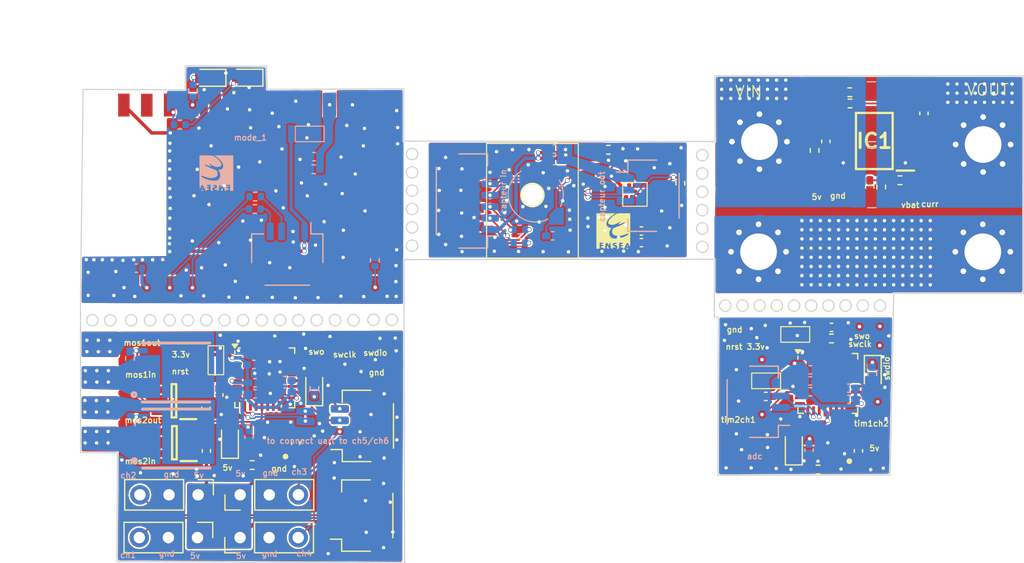
<source format=kicad_pcb>
(kicad_pcb (version 20240108) (generator "pcbnew") (generator_version "8.0")
  (layers (0 "F.Cu" signal) (31 "B.Cu" signal) (34 "B.Paste" user) (35 "F.Paste" user) (36 "B.SilkS" user "B.Silkscreen") (37 "F.SilkS" user "F.Silkscreen") (38 "B.Mask" user) (39 "F.Mask" user) (44 "Edge.Cuts" user))
  (net 0 "")
  (net 1 "GND")
  (net 2 "Net-(Tarvos1-MODE_1)")
  (net 3 "Net-(D1-A)")
  (net 4 "Net-(D2-A)")
  (net 5 "RX")
  (net 6 "TX")
  (net 7 "RX_GPS")
  (net 8 "TX_GPS")
  (net 9 "SCL_P")
  (net 10 "SDA_P")
  (net 12 "Net-(BT1-+)")
  (net 17 "Net-(Tarvos1-TX_IND)")
  (net 18 "Net-(Tarvos1-RX_IND)")
  (net 19 "Net-(Tarvos1-UTXD)")
  (net 20 "Net-(Tarvos1-URXD)")
  (net 21 "Net-(Tarvos1-BOOT)")
  (net 22 "VDD_IO")
  (net 23 "ADC1_IN2_CURR")
  (net 24 "+5V")
  (net 25 "ADC1_IN3_VBAT")
  (net 26 "VIN")
  (net 27 "Net-(IC1-A1)")
  (net 28 "Net-(IC1-OUT)")
  (net 29 "BAT+")
  (net 30 "Net-(IC1-A3)")
  (net 31 "Net-(PA1010D1-RX)")
  (net 32 "Net-(PA1010D1-TX)")
  (net 35 "Net-(U1-NRST)")
  (net 36 "Net-(U2-NRST)")
  (net 37 "Net-(U2-PH3)")
  (net 38 "Net-(D3-K)")
  (net 39 "Net-(D4-K)")
  (net 40 "Net-(D5-A)")
  (net 41 "Net-(D5-K)")
  (net 42 "Net-(D6-K)")
  (net 43 "Net-(D6-A)")
  (net 46 "ADC1_IN10")
  (net 47 "ADC1_IN9")
  (net 50 "LPRX")
  (net 51 "B2")
  (net 53 "SWCLK")
  (net 55 "SWO")
  (net 56 "SWDIO")
  (net 62 "LPTX")
  (net 69 "D+")
  (net 75 "ALIMGPS")
  (net 78 "D-")
  (net 80 "TIM1_CH2")
  (net 82 "TIM2_CH1")
  (net 101 "CH1")
  (net 102 "CH2")
  (net 103 "CH4")
  (net 104 "CH6")
  (net 105 "CH3")
  (net 106 "CH5")
  (net 108 "MOSFET1")
  (net 109 "MOSFET2")
  (net 110 "Net-(IC4-~{OUT})")
  (net 111 "Net-(IC5-~{OUT})")
  (net 112 "MOS2OUT")
  (net 113 "MOS2IN")
  (net 114 "MOS1IN")
  (net 115 "MOS1OUT")
  (footprint "" (layer "F.Cu") (at 215.48 123.28)
    (property "Reference" "")
    (property "Value" "")
  )
  (footprint "Connector_PinHeader_2.54mm:PinHeader_1x03_P2.54mm_Vertical" (layer "F.Cu") (at 156.18 131.4 -90)
    (property "Reference" "J8" (hide yes))
    (property "Value" "Conn_01x03_Pin" (hide yes))
  )
  (footprint "Connector_PinHeader_2.54mm:PinHeader_1x03_P2.54mm_Vertical" (layer "F.Cu") (at 156.125 135.13 -90)
    (property "Reference" "J7" (hide yes))
    (property "Value" "Conn_01x03_Pin" (hide yes))
  )
  (footprint "" (layer "F.Cu") (at 210.76 104.31)
    (property "Reference" "")
    (property "Value" "")
  )
  (footprint "kxt3:SW_KXT3" (layer "F.Cu") (at 157 117.755 -90)
    (property "Reference" "SW3" (hide yes))
    (property "Value" "RSTBTN" (hide yes))
  )
  (footprint "" (layer "F.Cu") (at 215.67 116.7)
    (property "Reference" "")
    (property "Value" "")
  )
  (footprint "" (layer "F.Cu") (at 213.89 116.72)
    (property "Reference" "")
    (property "Value" "")
  )
  (footprint "LDO40PURY:SON95P300X300X90-7N-D" (layer "F.Cu") (at 211.13 126.8625 180)
    (property "Reference" "IC3" (hide yes))
    (property "Value" "LDO40LPU33RY" (hide yes))
  )
  (footprint "Connector_JST:JST_SH_SM04B-SRSS-TB_1x04-1MP_P1.00mm_Horizontal" (layer "F.Cu") (at 170.54 125.39 90)
    (property "Reference" "J6" (hide yes))
    (property "Value" "Conn_01x04_Pin" (hide yes))
  )
  (footprint "kxt3:SW_KXT3" (layer "F.Cu") (at 210.185 116.6725 180)
    (property "Reference" "SW4" (hide yes))
    (property "Value" "boot" (hide yes))
  )
  (footprint "tarvosiii:Tarvos III" (layer "F.Cu") (at 163.54 88.47)
    (property "Reference" "Tarvos1" (hide yes))
    (property "Value" "~" (hide yes))
  )
  (footprint "Resistor_SMD:R_0402_1005Metric" (layer "F.Cu") (at 191.98 101.29)
    (property "Reference" "R8" (hide yes))
    (property "Value" "2.2k" (hide yes))
  )
  (footprint "Resistor_SMD:R_0402_1005Metric_Pad0.72x0.64mm_HandSolder" (layer "F.Cu") (at 160.9 128.8 180)
    (property "Reference" "R24" (hide yes))
    (property "Value" "80R" (hide yes))
  )
  (footprint "Resistor_SMD:R_0402_1005Metric_Pad0.72x0.64mm_HandSolder" (layer "F.Cu") (at 211.44 117.7575)
    (property "Reference" "R21" (hide yes))
    (property "Value" "10k" (hide yes))
  )
  (footprint "" (layer "F.Cu") (at 215.66 118.37)
    (property "Reference" "")
    (property "Value" "")
  )
  (footprint "TestPoint:TestPoint_Pad_1.0x1.0mm" (layer "F.Cu") (at 219.13 105)
    (property "Reference" "REF**" (hide yes))
    (property "Value" "TestPoint_Pad_1.0x1.0mm" (hide yes))
  )
  (footprint "MountingHole:MountingHole_3.2mm_M3_Pad_Via" (layer "F.Cu") (at 205.162944 100.582944)
    (property "Reference" "H2" (hide yes))
    (property "Value" "MountingHole_Pad" (hide yes))
  )
  (footprint "Capacitor_SMD:C_0402_1005Metric_Pad0.74x0.62mm_HandSolder" (layer "F.Cu") (at 157.985 122.69 90)
    (property "Reference" "C11" (hide yes))
    (property "Value" "0.1u" (hide yes))
  )
  (footprint "PA1010D:PA1010D" (layer "F.Cu") (at 180.35 110.74)
    (property "Reference" "PA1010D1" (hide yes))
    (property "Value" "~" (hide yes))
  )
  (footprint "" (layer "F.Cu") (at 173.21 120.7)
    (property "Reference" "")
    (property "Value" "")
  )
  (footprint "Capacitor_SMD:C_0402_1005Metric" (layer "F.Cu") (at 194.86 108.38)
    (property "Reference" "C5" (hide yes))
    (property "Value" "4.7u" (hide yes))
  )
  (footprint "LED_SMD:LED_0603_1608Metric_Pad1.05x0.95mm_HandSolder" (layer "F.Cu") (at 215.05 120.9025 -90)
    (property "Reference" "D6" (hide yes))
    (property "Value" "LED" (hide yes))
  )
  (footprint "" (layer "F.Cu") (at 212.17 104.3)
    (property "Reference" "")
    (property "Value" "")
  )
  (footprint "" (layer "F.Cu") (at 170.82 117.88)
    (property "Reference" "")
    (property "Value" "")
  )
  (footprint "" (layer "F.Cu") (at 156.08 120.69)
    (property "Reference" "")
    (property "Value" "")
  )
  (footprint "MountingHole:MountingHole_3.2mm_M3_Pad_Via" (layer "F.Cu") (at 224.68 100.83)
    (property "Reference" "H1" (hide yes))
    (property "Value" "MountingHole_Pad" (hide yes))
  )
  (footprint "Resistor_SMD:R_0402_1005Metric" (layer "F.Cu") (at 198.26 104.21 -90)
    (property "Reference" "R7" (hide yes))
    (property "Value" "2.2k" (hide yes))
  )
  (footprint "" (layer "F.Cu") (at 204.45 116.9)
    (property "Reference" "")
    (property "Value" "")
  )
  (footprint "TSC102:SOIC127P600X175-8N" (layer "F.Cu") (at 215.1855 100.525 180)
    (property "Reference" "IC1")
    (property "Value" "TSC102IDT" (hide yes))
  )
  (footprint "kxt3:SW_KXT3" (layer "F.Cu") (at 203.845 122.1825)
    (property "Reference" "SW5" (hide yes))
    (property "Value" "RSTBTN" (hide yes))
  )
  (footprint "Capacitor_SMD:C_0402_1005Metric_Pad0.74x0.62mm_HandSolder" (layer "F.Cu") (at 214.7875 104.52 90)
    (property "Reference" "C9" (hide yes))
    (property "Value" "100n" (hide yes))
  )
  (footprint "Capacitor_SMD:C_0402_1005Metric_Pad0.74x0.62mm_HandSolder" (layer "F.Cu") (at 156.8575 123.8525 90)
    (property "Reference" "C12" (hide yes))
    (property "Value" "1u" (hide yes))
  )
  (footprint "" (layer "F.Cu") (at 217.79 105)
    (property "Reference" "")
    (property "Value" "")
  )
  (footprint "MountingHole:MountingHole_3.2mm_M3_Pad_Via" (layer "F.Cu") (at 224.652944 110.192944)
    (property "Reference" "H3" (hide yes))
    (property "Value" "MountingHole_Pad" (hide yes))
  )
  (footprint "Capacitor_SMD:C_0402_1005Metric_Pad0.74x0.62mm_HandSolder" (layer "F.Cu") (at 156.9 127.5625 90)
    (property "Reference" "C30" (hide yes))
    (property "Value" "1u" (hide yes))
  )
  (footprint "Connector_PinHeader_2.54mm:PinHeader_1x03_P2.54mm_Vertical" (layer "F.Cu") (at 159.835 135.13 90)
    (property "Reference" "J10" (hide yes))
    (property "Value" "Conn_01x03_Pin" (hide yes))
  )
  (footprint "LED_SMD:LED_0603_1608Metric_Pad1.05x0.95mm_HandSolder" (layer "F.Cu") (at 208.16 127.1325 90)
    (property "Reference" "D4" (hide yes))
    (property "Value" "LED" (hide yes))
  )
  (footprint "" (layer "F.Cu") (at 168.74 117.88)
    (property "Reference" "")
    (property "Value" "")
  )
  (footprint "" (layer "F.Cu") (at 166.67 117.88)
    (property "Reference" "")
    (property "Value" "")
  )
  (footprint "Resistor_SMD:R_0402_1005Metric_Pad0.72x0.64mm_HandSolder" (layer "F.Cu") (at 217.4275 103.95)
    (property "Reference" "R13" (hide yes))
    (property "Value" "20k" (hide yes))
  )
  (footprint "Resistor_SMD:R_0402_1005Metric_Pad0.72x0.64mm_HandSolder" (layer "F.Cu") (at 209.9775 101.3475 90)
    (property "Reference" "R12" (hide yes))
    (property "Value" "1k" (hide yes))
  )
  (footprint "Package_DFN_QFN:QFN-32-1EP_5x5mm_P0.5mm_EP3.45x3.45mm" (layer "F.Cu") (at 211.13 121.68)
    (property "Reference" "U2" (hide yes))
    (property "Value" "STM32L432KCUx" (hide yes))
  )
  (footprint "" (layer "F.Cu") (at 205.4 119.57)
    (property "Reference" "")
    (property "Value" "")
  )
  (footprint "LED_SMD:LED_0603_1608Metric_Pad1.05x0.95mm_HandSolder" (layer "F.Cu") (at 166.315 121.965 90)
    (property "Reference" "D5" (hide yes))
    (property "Value" "LED" (hide yes))
  )
  (footprint "WSEN-PADS:WSEN-PADS" (layer "F.Cu") (at 194.19 104.46 180)
    (property "Reference" "WSEN-PADS1" (hide yes))
    (property "Value" "~" (hide yes))
  )
  (footprint "Package_DFN_QFN:QFN-32-1EP_5x5mm_P0.5mm_EP3.45x3.45mm" (layer "F.Cu") (at 161.995 121.1925)
    (property "Reference" "U1" (hide yes))
    (property "Value" "STM32L432KCUx" (hide yes))
  )
  (footprint "LED_SMD:LED_0603_1608Metric_Pad1.05x0.95mm_HandSolder" (layer "F.Cu") (at 158.955 126.555 90)
    (property "Reference" "D3" (hide yes))
    (property "Value" "LED" (hide yes))
  )
  (footprint "Capacitor_SMD:C_0402_1005Metric" (layer "F.Cu") (at 194.86 109.39)
    (property "Reference" "C6" (hide yes))
    (property "Value" "100n" (hide yes))
  )
  (footprint "" (layer "F.Cu") (at 207.16 119.56)
    (property "Reference" "")
    (property "Value" "")
  )
  (footprint "Connector_JST:JST_SH_SM04B-SRSS-TB_1x04-1MP_P1.00mm_Horizontal" (layer "F.Cu") (at 170.49 133.21 90)
    (property "Reference" "J5" (hide yes))
    (property "Value" "Conn_01x04_Pin" (hide yes))
  )
  (footprint "Connector_PinHeader_2.54mm:PinHeader_1x03_P2.54mm_Vertical" (layer "F.Cu") (at 159.85 131.4 90)
    (property "Reference" "J9" (hide yes))
    (property "Value" "Conn_01x03_Pin" (hide yes))
  )
  (footprint "driver mosfet:SOT95P270X145-6N" (layer "F.Cu") (at 154.1075 126.8525 180)
    (property "Reference" "IC5" (hide yes))
    (property "Value" "MCP14A0151T-E_CH" (hide yes))
  )
  (footprint "LED_SMD:LED_0603_1608Metric" (layer "F.Cu") (at 157.12 95.01 180)
    (property "Reference" "D2" (hide yes))
    (property "Value" "LED_Small" (hide yes))
  )
  (footprint "logo:logo ensea" (layer "F.Cu") (at 192.434236 108.331527)
    (property "Reference" "G***" (hide yes))
    (property "Value" "LOGO" (hide yes))
  )
  (footprint "" (layer "F.Cu") (at 205.39 124.39)
    (property "Reference" "")
    (property "Value" "")
  )
  (footprint "" (layer "F.Cu") (at 156.08 119.16)
    (property "Reference" "")
    (property "Value" "")
  )
  (footprint "MountingHole:MountingHole_3.2mm_M3_Pad_Via" (layer "F.Cu") (at 205.082944 110.192944)
    (property "Reference" "H4" (hide yes))
    (property "Value" "MountingHole_Pad" (hide yes))
  )
  (footprint "Capacitor_SMD:C_0402_1005Metric_Pad0.74x0.62mm_HandSolder" (layer "F.Cu") (at 219.5175 98.12 90)
    (property "Reference" "C7" (hide yes))
    (property "Value" "10n" (hide yes))
  )
  (footprint "Capacitor_SMD:C_0402_1005Metric_Pad0.74x0.62mm_HandSolder" (layer "F.Cu") (at 164.695 126.9 90)
    (property "Reference" "C25" (hide yes))
    (property "Value" "1u" (hide yes))
  )
  (footprint "Capacitor_SMD:C_0402_1005Metric_Pad0.74x0.62mm_HandSolder" (layer "F.Cu") (at 213.8 127.5625 90)
    (property "Reference" "C27" (hide yes))
    (property "Value" "1u" (hide yes))
  )
  (footprint "Capacitor_SMD:C_0402_1005Metric_Pad0.74x0.62mm_HandSolder" (layer "F.Cu") (at 211.45 116.7875 180)
    (property "Reference" "C19" (hide yes))
    (property "Value" "10n" (hide yes))
  )
  (footprint "Resistor_SMD:R_0402_1005Metric_Pad0.72x0.64mm_HandSolder" (layer "F.Cu") (at 213.0675 97.25 180)
    (property "Reference" "R9" (hide yes))
    (property "Value" "100R" (hide yes))
  )
  (footprint "LDO40PURY:SON95P300X300X90-7N-D" (layer "F.Cu") (at 161.93 126.46 180)
    (property "Reference" "IC2" (hide yes))
    (property "Value" "LDO40LPU33RY" (hide yes))
  )
  (footprint "driver mosfet:SOT95P270X145-6N" (layer "F.Cu") (at 154.0675 123.1925 180)
    (property "Reference" "IC4" (hide yes))
    (property "Value" "MCP14A0151T-E_CH" (hide yes))
  )
  (footprint "Resistor_SMD:R_0402_1005Metric_Pad0.72x0.64mm_HandSolder" (layer "F.Cu") (at 213.0475 96.27 180)
    (property "Reference" "R11" (hide yes))
    (property "Value" "2k" (hide yes))
  )
  (footprint "Capacitor_SMD:C_0402_1005Metric_Pad0.74x0.62mm_HandSolder" (layer "F.Cu") (at 205.72 122.8125)
    (property "Reference" "C18" (hide yes))
    (property "Value" "0.1u" (hide yes))
  )
  (footprint "Resistor_SMD:R_0402_1005Metric_Pad0.72x0.64mm_HandSolder" (layer "F.Cu") (at 215.7875 104.54 90)
    (property "Reference" "R14" (hide yes))
    (property "Value" "10k" (hide yes))
  )
  (footprint "LED_SMD:LED_0603_1608Metric" (layer "F.Cu") (at 160.35 95 180)
    (property "Reference" "D1" (hide yes))
    (property "Value" "LED_Small" (hide yes))
  )
  (footprint "Resistor_SMD:R_0402_1005Metric_Pad0.72x0.64mm_HandSolder" (layer "F.Cu") (at 210.28 129.1925 180)
    (property "Reference" "R25" (hide yes))
    (property "Value" "80R" (hide yes))
  )
  (footprint "Capacitor_SMD:C_0402_1005Metric_Pad0.74x0.62mm_HandSolder" (layer "F.Cu") (at 210.9575 100.56 -90)
    (property "Reference" "C8" (hide yes))
    (property "Value" "1u" (hide yes))
  )
  (footprint "Resistor_SMD:R_0402_1005Metric_Pad0.72x0.64mm_HandSolder" (layer "B.Cu") (at 150.235 119.4835 90)
    (property "Reference" "R20" (hide yes))
    (property "Value" "40k" (hide yes))
  )
  (footprint "logo:logo ensea" (layer "B.Cu") (at 157.745764 103.281527 180)
    (property "Reference" "G***" (hide yes))
    (property "Value" "LOGO" (hide yes))
  )
  (footprint "Resistor_SMD:R_0402_1005Metric_Pad0.72x0.64mm_HandSolder" (layer "B.Cu") (at 215.01 120.82 90)
    (property "Reference" "R19" (hide yes))
    (property "Value" "80R" (hide yes))
  )
  (footprint "Capacitor_SMD:C_0402_1005Metric_Pad0.74x0.62mm_HandSolder" (layer "B.Cu") (at 209.6 120.49 180)
    (property "Reference" "C22" (hide yes))
    (property "Value" "100n" (hide yes))
  )
  (footprint "Resistor_SMD:R_0402_1005Metric" (layer "B.Cu") (at 161.16 105.37 180)
    (property "Reference" "R3" (hide yes))
    (property "Value" "1000" (hide yes))
  )
  (footprint "Resistor_SMD:R_0402_1005Metric" (layer "B.Cu") (at 184.23 108.25)
    (property "Reference" "R17" (hide yes))
    (property "Value" "1000" (hide yes))
  )
  (footprint "Connector_JST:JST_SH_SM04B-SRSS-TB_1x04-1MP_P1.00mm_Horizontal" (layer "B.Cu") (at 205.025 123.28 90)
    (property "Reference" "J4" (hide yes))
    (property "Value" "Conn_01x04_Pin" (hide yes))
  )
  (footprint "Resistor_SMD:R_0402_1005Metric" (layer "B.Cu") (at 166.27 102.99)
    (property "Reference" "R5" (hide yes))
    (property "Value" "10k" (hide yes))
  )
  (footprint "Resistor_SMD:R_0402_1005Metric" (layer "B.Cu") (at 155.73 96.14 90)
    (property "Reference" "R2" (hide yes))
    (property "Value" "220" (hide yes))
  )
  (footprint "Resistor_SMD:R_1020_2550Metric_Pad1.33x5.20mm_HandSolder" (layer "B.Cu") (at 214.9275 97.97 180)
    (property "Reference" "R10" (hide yes))
    (property "Value" "10m" (hide yes))
  )
  (footprint "kxt3:SW_KXT3" (layer "B.Cu") (at 167.815 100.635 180)
    (property "Reference" "SW1" (hide yes))
    (property "Value" "SW_Push" (hide yes))
  )
  (footprint "Capacitor_SMD:C_0402_1005Metric" (layer "B.Cu") (at 150.8 111.62 180)
    (property "Reference" "C2" (hide yes))
    (property "Value" "100u" (hide yes))
  )
  (footprint "Capacitor_SMD:C_0402_1005Metric_Pad0.74x0.62mm_HandSolder" (layer "B.Cu") (at 187.11 108.8)
    (property "Reference" "C10" (hide yes))
    (property "Value" "1u" (hide yes))
  )
  (footprint "Resistor_SMD:R_0402_1005Metric" (layer "B.Cu") (at 171.6 110.94 -90)
    (property "Reference" "R6" (hide yes))
    (property "Value" "220" (hide yes))
  )
  (footprint "Capacitor_SMD:C_0402_1005Metric_Pad0.74x0.62mm_HandSolder" (layer "B.Cu") (at 209.49 127.5025 -90)
    (property "Reference" "C28" (hide yes))
    (property "Value" "1u" (hide yes))
  )
  (footprint "Resistor_SMD:R_0402_1005Metric" (layer "B.Cu") (at 161.13 106.46 180)
    (property "Reference" "R4" (hide yes))
    (property "Value" "1000" (hide yes))
  )
  (footprint "Capacitor_SMD:C_0402_1005Metric_Pad0.74x0.62mm_HandSolder" (layer "B.Cu") (at 161.1325 122.5925 180)
    (property "Reference" "C17" (hide yes))
    (property "Value" "1u" (hide yes))
  )
  (footprint "Capacitor_SMD:C_0402_1005Metric_Pad0.74x0.62mm_HandSolder" (layer "B.Cu") (at 212.98 123.0725)
    (property "Reference" "C21" (hide yes))
    (property "Value" "100n" (hide yes))
  )
  (footprint "Capacitor_SMD:C_0402_1005Metric_Pad0.74x0.62mm_HandSolder" (layer "B.Cu") (at 163.785 122.4325)
    (property "Reference" "C15" (hide yes))
    (property "Value" "100n" (hide yes))
  )
  (footprint "Resistor_SMD:R_0402_1005Metric" (layer "B.Cu") (at 184.21 109.42)
    (property "Reference" "R18" (hide yes))
    (property "Value" "1000" (hide yes))
  )
  (footprint "Capacitor_SMD:C_0402_1005Metric" (layer "B.Cu") (at 187.28 102.23 180)
    (property "Reference" "C4" (hide yes))
    (property "Value" "100u" (hide yes))
  )
  (footprint "Capacitor_SMD:C_0402_1005Metric_Pad0.74x0.62mm_HandSolder" (layer "B.Cu") (at 161.035 120.0225 180)
    (property "Reference" "C14" (hide yes))
    (property "Value" "100n" (hide yes))
  )
  (footprint "Capacitor_SMD:C_0402_1005Metric_Pad0.74x0.62mm_HandSolder" (layer "B.Cu") (at 209.61 122.41 180)
    (property "Reference" "C23" (hide yes))
    (property "Value" "10n" (hide yes))
  )
  (footprint "Capacitor_SMD:C_0402_1005Metric_Pad0.74x0.62mm_HandSolder" (layer "B.Cu") (at 160.625 126.3625 -90)
    (property "Reference" "C26" (hide yes))
    (property "Value" "1u" (hide yes))
  )
  (footprint "Capacitor_SMD:C_0402_1005Metric_Pad0.74x0.62mm_HandSolder" (layer "B.Cu") (at 161.1325 121.6225 180)
    (property "Reference" "C16" (hide yes))
    (property "Value" "10n" (hide yes))
  )
  (footprint "Resistor_SMD:R_0402_1005Metric_Pad0.72x0.64mm_HandSolder" (layer "B.Cu") (at 166.325 122.125 -90)
    (property "Reference" "R16" (hide yes))
    (property "Value" "80R" (hide yes))
  )
  (footprint "Capacitor_SMD:C_0402_1005Metric_Pad0.74x0.62mm_HandSolder" (layer "B.Cu") (at 212.98 122.0925)
    (property "Reference" "C20" (hide yes))
    (property "Value" "4.7u" (hide yes))
  )
  (footprint "Resistor_SMD:R_1020_2550Metric_Pad1.33x5.20mm_HandSolder" (layer "B.Cu") (at 214.9675 103.73 180)
    (property "Reference" "R15" (hide yes))
    (property "Value" "10m" (hide yes))
  )
  (footprint "Capacitor_SMD:C_0402_1005Metric" (layer "B.Cu") (at 187.28 101.23 180)
    (property "Reference" "C3" (hide yes))
    (property "Value" "100u" (hide yes))
  )
  (footprint "BSC0909NS:PG-TDSON-8-5" (layer "B.Cu") (at 154.275 126.49 90)
    (property "Reference" "Q1" (hide yes))
    (property "Value" "BSC0909NS" (hide yes))
  )
  (footprint "Capacitor_SMD:C_0402_1005Metric_Pad0.74x0.62mm_HandSolder" (layer "B.Cu") (at 209.6 121.46 180)
    (property "Reference" "C24" (hide yes))
    (property "Value" "1u" (hide yes))
  )
  (footprint "Resistor_SMD:R_0402_1005Metric_Pad0.72x0.64mm_HandSolder" (layer "B.Cu") (at 150.295 125.1995 90)
    (property "Reference" "R22" (hide yes))
    (property "Value" "40k" (hide yes))
  )
  (footprint "Connector_JST:JST_SH_SM04B-SRSS-TB_1x04-1MP_P1.00mm_Horizontal" (layer "B.Cu") (at 195.465 105.3 -90)
    (property "Reference" "J3" (hide yes))
    (property "Value" "Conn_01x04_Pin" (hide yes))
  )
  (footprint "Connector_JST:JST_SH_SM06B-SRSS-TB_1x06-1MP_P1.00mm_Horizontal" (layer "B.Cu") (at 179.65 105.76 90)
    (property "Reference" "J2" (hide yes))
    (property "Value" "Conn_01x06" (hide yes))
  )
  (footprint "BSC0909NS:PG-TDSON-8-5" (layer "B.Cu") (at 154.245 120.73 90)
    (property "Reference" "Q2" (hide yes))
    (property "Value" "BSC0909NS" (hide yes))
  )
  (footprint "MS414:MS421R-IV03E" (layer "B.Cu") (at 184.54 102.79)
    (property "Reference" "BT1" (hide yes))
    (property "Value" "ML414S" (hide yes))
  )
  (footprint "Resistor_SMD:R_0402_1005Metric" (layer "B.Cu") (at 154.58 99.09)
    (property "Reference" "R1" (hide yes))
    (property "Value" "220" (hide yes))
  )
  (footprint "Connector_JST:JST_SH_SM04B-SRSS-TB_1x04-1MP_P1.00mm_Horizontal" (layer "B.Cu") (at 163.96 110.42 180)
    (property "Reference" "J1" (hide yes))
    (property "Value" "Conn_01x04_Pin" (hide yes))
  )
  (footprint "Capacitor_SMD:C_0402_1005Metric_Pad0.74x0.62mm_HandSolder" (layer "B.Cu") (at 163.7675 121.4225)
    (property "Reference" "C13" (hide yes))
    (property "Value" "4.7u" (hide yes))
  )
  (footprint "Capacitor_SMD:C_0402_1005Metric" (layer "B.Cu") (at 166.3 101.89 180)
    (property "Reference" "C1" (hide yes))
    (property "Value" "10n" (hide yes))
  )
  (gr_circle (center 208.18 114.89) (end 208.68 114.89) (stroke (width 0.1)) (fill none) (layer "Edge.Cuts"))
  (gr_circle (center 166.53 116.16) (end 166.53 115.66) (stroke (width 0.1)) (fill none) (layer "Edge.Cuts"))
  (gr_circle (center 215.68 114.89) (end 216.18 114.89) (stroke (width 0.1)) (fill none) (layer "Edge.Cuts"))
  (gr_circle (center 173.08 116.13) (end 173.08 115.63) (stroke (width 0.1)) (fill none) (layer "Edge.Cuts"))
  (gr_circle (center 203.68 114.89) (end 204.18 114.89) (stroke (width 0.1)) (fill none) (layer "Edge.Cuts"))
  (gr_circle (center 151.99 116.17) (end 151.99 115.67) (stroke (width 0.1)) (fill none) (layer "Edge.Cuts"))
  (gr_circle (center 158.49 116.16) (end 158.49 115.66) (stroke (width 0.1)) (fill none) (layer "Edge.Cuts"))
  (gr_circle (center 214.18 114.89) (end 214.68 114.89) (stroke (width 0.1)) (fill none) (layer "Edge.Cuts"))
  (gr_circle (center 209.68 114.89) (end 210.18 114.89) (stroke (width 0.1)) (fill none) (layer "Edge.Cuts"))
  (gr_circle (center 174.85 103.26) (end 175.35 103.26) (stroke (width 0.1)) (fill none) (layer "Edge.Cuts"))
  (gr_circle (center 174.85 108.06) (end 175.35 108.06) (stroke (width 0.1)) (fill none) (layer "Edge.Cuts"))
  (gr_circle (center 155.29 116.16) (end 155.29 115.66) (stroke (width 0.1)) (fill none) (layer "Edge.Cuts"))
  (gr_poly (pts (xy 174.2 137.34) (xy 149.09 137.22) (xy 149.15 127.73) (xy 145.92 127.71) (xy 145.91 114.7) (xy 146.14 96.02) (xy 155.05 96.06) (xy 155.06 93.97) (xy 162.15 94.01) (xy 162.18 96.02) (xy 174.12 95.97) (xy 174.12 100.54) (xy 201.3 100.57) (xy 201.28 94.83) (xy 228.21 94.84) (xy 228.2 113.82) (xy 216.87 113.82) (xy 216.56 129.65) (xy 201.53 129.7) (xy 201.58 115.9) (xy 201.23 115.9) (xy 201.23 110.84) (xy 174.14 110.87)) (stroke (width 0.1)) (fill none) (layer "Edge.Cuts"))
  (gr_circle (center 174.85 101.66) (end 175.35 101.66) (stroke (width 0.1)) (fill none) (layer "Edge.Cuts"))
  (gr_circle (center 211.18 114.89) (end 211.68 114.89) (stroke (width 0.1)) (fill none) (layer "Edge.Cuts"))
  (gr_circle (center 202.18 114.89) (end 202.68 114.89) (stroke (width 0.1)) (fill none) (layer "Edge.Cuts"))
  (gr_circle (center 169.73 116.16) (end 169.73 115.66) (stroke (width 0.1)) (fill none) (layer "Edge.Cuts"))
  (gr_circle (center 153.69 116.16) (end 153.69 115.66) (stroke (width 0.1)) (fill none) (layer "Edge.Cuts"))
  (gr_circle (center 150.34 116.17) (end 150.34 115.67) (stroke (width 0.1)) (fill none) (layer "Edge.Cuts"))
  (gr_circle (center 200.17 106.56) (end 200.67 106.56) (stroke (width 0.1)) (fill none) (layer "Edge.Cuts"))
  (gr_circle (center 200.17 108.16) (end 200.67 108.16) (stroke (width 0.1)) (fill none) (layer "Edge.Cuts"))
  (gr_circle (center 168.13 116.16) (end 168.13 115.66) (stroke (width 0.1)) (fill none) (layer "Edge.Cuts"))
  (gr_circle (center 174.85 106.46) (end 175.35 106.46) (stroke (width 0.1)) (fill none) (layer "Edge.Cuts"))
  (gr_circle (center 161.73 116.16) (end 161.73 115.66) (stroke (width 0.1)) (fill none) (layer "Edge.Cuts"))
  (gr_circle (center 212.68 114.89) (end 213.18 114.89) (stroke (width 0.1)) (fill none) (layer "Edge.Cuts"))
  (gr_circle (center 148.51 116.17) (end 148.51 115.67) (stroke (width 0.1)) (fill none) (layer "Edge.Cuts"))
  (gr_circle (center 205.18 114.89) (end 205.68 114.89) (stroke (width 0.1)) (fill none) (layer "Edge.Cuts"))
  (gr_circle (center 206.68 114.89) (end 207.18 114.89) (stroke (width 0.1)) (fill none) (layer "Edge.Cuts"))
  (gr_circle (center 174.85 104.86) (end 175.35 104.86) (stroke (width 0.1)) (fill none) (layer "Edge.Cuts"))
  (gr_circle (center 171.48 116.13) (end 171.48 115.63) (stroke (width 0.1)) (fill none) (layer "Edge.Cuts"))
  (gr_circle (center 200.17 101.76) (end 200.67 101.76) (stroke (width 0.1)) (fill none) (layer "Edge.Cuts"))
  (gr_circle (center 146.95 116.16) (end 146.95 115.66) (stroke (width 0.1)) (fill none) (layer "Edge.Cuts"))
  (gr_circle (center 163.33 116.16) (end 163.33 115.66) (stroke (width 0.1)) (fill none) (layer "Edge.Cuts"))
  (gr_circle (center 156.89 116.16) (end 156.89 115.66) (stroke (width 0.1)) (fill none) (layer "Edge.Cuts"))
  (gr_circle (center 200.17 103.36) (end 200.67 103.36) (stroke (width 0.1)) (fill none) (layer "Edge.Cuts"))
  (gr_circle (center 164.93 116.16) (end 164.93 115.66) (stroke (width 0.1)) (fill none) (layer "Edge.Cuts"))
  (gr_circle (center 200.17 109.76) (end 200.67 109.76) (stroke (width 0.1)) (fill none) (layer "Edge.Cuts"))
  (gr_circle (center 200.17 104.96) (end 200.67 104.96) (stroke (width 0.1)) (fill none) (layer "Edge.Cuts"))
  (gr_circle (center 160.09 116.16) (end 160.09 115.66) (stroke (width 0.1)) (fill none) (layer "Edge.Cuts"))
  (gr_circle (center 174.85 109.66) (end 175.35 109.66) (stroke (width 0.1)) (fill none) (layer "Edge.Cuts"))
  (gr_text "5v" (at 155.74 130 0) (layer "B.SilkS") (effects (font (size 0.5 0.5) (thickness 0.1) (bold yes)) (justify left bottom)))
  (gr_text "to connect uart to ch5/ch6" (at 162.1 126.98 0) (layer "B.SilkS") (effects (font (size 0.5 0.5) (thickness 0.1) (bold yes)) (justify left bottom)))
  (gr_text "ch2" (at 149.35 130 0) (layer "B.SilkS") (effects (font (size 0.5 0.5) (thickness 0.1) (bold yes)) (justify left bottom)))
  (gr_text "ch3" (at 164.26 129.69 0) (layer "B.SilkS") (effects (font (size 0.5 0.5) (thickness 0.1) (bold yes)) (justify left bottom)))
  (gr_text "capteur in" (at 183.12 106.96 90) (layer "B.SilkS") (effects (font (size 0.5 0.5) (thickness 0.1) (bold yes)) (justify left bottom)))
  (gr_text "gnd" (at 153.11 129.91 0) (layer "B.SilkS") (effects (font (size 0.5 0.5) (thickness 0.1) (bold yes)) (justify left bottom)))
  (gr_text "ch4" (at 164.7 136.81 0) (layer "B.SilkS") (effects (font (size 0.5 0.5) (thickness 0.1) (bold yes)) (justify left bottom)))
  (gr_text "gnd" (at 161.74 129.78 0) (layer "B.SilkS") (effects (font (size 0.5 0.5) (thickness 0.1) (bold yes)) (justify left bottom)))
  (gr_text "5v" (at 159.38 129.84 0) (layer "B.SilkS") (effects (font (size 0.5 0.5) (thickness 0.1) (bold yes)) (justify left bottom)))
  (gr_text "5v" (at 159.43 137.02 0) (layer "B.SilkS") (effects (font (size 0.5 0.5) (thickness 0.1) (bold yes)) (justify left bottom)))
  (gr_text "capteur out" (at 191.7 107.63 90) (layer "B.SilkS") (effects (font (size 0.5 0.5) (thickness 0.1) (bold yes)) (justify left bottom)))
  (gr_text "mode_1" (at 159.25 100.52 0) (layer "B.SilkS") (effects (font (size 0.5 0.5) (thickness 0.1) (bold yes)) (justify left bottom)))
  (gr_text "gnd" (at 152.7 136.82 0) (layer "B.SilkS") (effects (font (size 0.5 0.5) (thickness 0.1) (bold yes)) (justify left bottom)))
  (gr_text "adc" (at 204.02 128.33 0) (layer "B.SilkS") (effects (font (size 0.5 0.5) (thickness 0.1) (bold yes)) (justify left bottom)))
  (gr_text "5v" (at 155.42 137.02 0) (layer "B.SilkS") (effects (font (size 0.5 0.5) (thickness 0.1) (bold yes)) (justify left bottom)))
  (gr_text "ch1" (at 149.32 136.95 0) (layer "B.SilkS") (effects (font (size 0.5 0.5) (thickness 0.1) (bold yes)) (justify left bottom)))
  (gr_text "gnd" (at 161.67 136.84 0) (layer "B.SilkS") (effects (font (size 0.5 0.5) (thickness 0.1) (bold yes)) (justify left bottom)))
  (gr_text "swo" (at 165.75 119.2 0) (layer "F.SilkS") (effects (font (size 0.5 0.5) (thickness 0.1) (bold yes)) (justify left bottom)))
  (gr_text "tim1ch2" (at 213.35 125.47 0) (layer "F.SilkS") (effects (font (size 0.5 0.5) (thickness 0.1) (bold yes)) (justify left bottom)))
  (gr_text "mos2out" (at 149.7 125.18 0) (layer "F.SilkS") (effects (font (size 0.5 0.5) (thickness 0.1) (bold yes)) (justify left bottom)))
  (gr_text "gnd" (at 202.25 117.28 0) (layer "F.SilkS") (effects (font (size 0.5 0.5) (thickness 0.1) (bold yes)) (justify left bottom)))
  (gr_text "nrst" (at 153.82 120.93 0) (layer "F.SilkS") (effects (font (size 0.5 0.5) (thickness 0.1) (bold yes)) (justify left bottom)))
  (gr_text "swclk" (at 212.86 118.53 0) (layer "F.SilkS") (effects (font (size 0.5 0.5) (thickness 0.1) (bold yes)) (justify left bottom)))
  (gr_text "mos2in" (at 149.73 128.77 0) (layer "F.SilkS") (effects (font (size 0.5 0.5) (thickness 0.1) (bold yes)) (justify left bottom)))
  (gr_text "swo" (at 213.36 117.83 0) (layer "F.SilkS") (effects (font (size 0.5 0.5) (thickness 0.1) (bold yes)) (justify left bottom)))
  (gr_text "VIN" (at 202.97 96.81 0) (layer "F.SilkS") (effects (font (size 1 1) (thickness 0.1) (bold yes)) (justify left bottom)))
  (gr_text "swclk" (at 167.89 119.45 0) (layer "F.SilkS") (effects (font (size 0.5 0.5) (thickness 0.1) (bold yes)) (justify left bottom)))
  (gr_text "curr" (at 219.22 106.32 0) (layer "F.SilkS") (effects (font (size 0.5 0.5) (thickness 0.1) (bold yes)) (justify left bottom)))
  (gr_text "mos1in\n" (at 149.76 121.21 0) (layer "F.SilkS") (effects (font (size 0.5 0.5) (thickness 0.1) (bold yes)) (justify left bottom)))
  (gr_text "swdio" (at 216.56 121.48 90) (layer "F.SilkS") (effects (font (size 0.5 0.5) (thickness 0.1) (bold yes)) (justify left bottom)))
  (gr_text "nrst 3.3v" (at 202.15 118.77 0) (layer "F.SilkS") (effects (font (size 0.5 0.5) (thickness 0.1) (bold yes)) (justify left bottom)))
  (gr_text "gnd" (at 171.02 121.02 0) (layer "F.SilkS") (effects (font (size 0.5 0.5) (thickness 0.1) (bold yes)) (justify left bottom)))
  (gr_text "5v" (at 209.66 105.7 0) (layer "F.SilkS") (effects (font (size 0.5 0.5) (thickness 0.1) (bold yes)) (justify left bottom)))
  (gr_text "gnd" (at 162.51 129.41 0) (layer "F.SilkS") (effects (font (size 0.5 0.5) (thickness 0.1) (bold yes)) (justify left bottom)))
  (gr_text "VOUT" (at 223.16 96.64 0) (layer "F.SilkS") (effects (font (size 1 1) (thickness 0.1) (bold yes)) (justify left bottom)))
  (gr_text "swdio" (at 170.54 119.3 0) (layer "F.SilkS") (effects (font (size 0.5 0.5) (thickness 0.1) (bold yes)) (justify left bottom)))
  (gr_text "mos1out" (at 149.62 118.43 0) (layer "F.SilkS") (effects (font (size 0.5 0.5) (thickness 0.1) (bold yes)) (justify left bottom)))
  (gr_text "tim2ch1" (at 201.74 125.14 0) (layer "F.SilkS") (effects (font (size 0.5 0.5) (thickness 0.1) (bold yes)) (justify left bottom)))
  (gr_text "gnd" (at 211.27 105.59 0) (layer "F.SilkS") (effects (font (size 0.5 0.5) (thickness 0.1) (bold yes)) (justify left bottom)))
  (gr_text "3.3v" (at 153.82 119.45 0) (layer "F.SilkS") (effects (font (size 0.5 0.5) (thickness 0.1) (bold yes)) (justify left bottom)))
  (gr_text "5v" (at 214.7 127.63 0) (layer "F.SilkS") (effects (font (size 0.5 0.5) (thickness 0.1) (bold yes)) (justify left bottom)))
  (gr_text "5v" (at 158.25 129.33 0) (layer "F.SilkS") (effects (font (size 0.5 0.5) (thickness 0.1) (bold yes)) (justify left bottom)))
  (gr_text "vbat" (at 217.47 106.4 0) (layer "F.SilkS") (effects (font (size 0.5 0.5) (thickness 0.1) (bold yes)) (justify left bottom)))
  (segment (start 152.13 99.82) (end 153.75 99.82) (width 0.3) (layer "F.Cu") (net 1))
  (segment (start 149.7 97.39) (end 152.13 99.82) (width 0.3) (layer "F.Cu") (net 1))
  (via (at 166.43 109.61) (size 0.4) (drill 0.3) (layers "F.Cu" "B.Cu") (net 1))
  (via (at 165.39 117.37) (size 0.4) (drill 0.3) (layers "F.Cu" "B.Cu") (net 1))
  (via (at 214.47 113.07) (size 0.4) (drill 0.3) (layers "F.Cu" "B.Cu") (net 1))
  (via (at 172.365 136.01) (size 0.4) (drill 0.3) (layers "F.Cu" "B.Cu") (net 1))
  (via (at 170.4 120.64) (size 0.4) (drill 0.3) (layers "F.Cu" "B.Cu") (net 1))
  (via (at 212.87 111.47) (size 0.4) (drill 0.3) (layers "F.Cu" "B.Cu") (net 1))
  (via (at 215.27 109.07) (size 0.4) (drill 0.3) (layers "F.Cu" "B.Cu") (net 1))
  (via (at 157.58 129.72) (size 0.4) (drill 0.3) (layers "F.Cu" "B.Cu") (net 1))
  (via (at 172.67 114.08) (size 0.4) (drill 0.3) (layers "F.Cu" "B.Cu") (net 1))
  (via (at 212.07 109.87) (size 0.4) (drill 0.3) (layers "F.Cu" "B.Cu") (net 1))
  (via (at 168.65 101.93) (size 0.4) (drill 0.3) (layers "F.Cu" "B.Cu") (net 1))
  (via (at 156.1 103) (size 0.4) (drill 0.3) (layers "F.Cu" "B.Cu") (net 1))
  (via (at 152.21 110.89) (size 0.4) (drill 0.3) (layers "F.Cu" "B.Cu") (net 1))
  (via (at 204.45 116.9) (size 0.4) (drill 0.3) (layers "F.Cu" "B.Cu") (net 1))
  (via (at 210.47 108.27) (size 0.4) (drill 0.3) (layers "F.Cu" "B.Cu") (net 1))
  (via (at 216.87 108.27) (size 0.4) (drill 0.3) (layers "F.Cu" "B.Cu") (net 1))
  (via (at 216.07 111.47) (size 0.4) (drill 0.3) (layers "F.Cu" "B.Cu") (net 1))
  (via (at 164.22 123.5) (size 0.4) (drill 0.3) (layers "F.Cu" "B.Cu") (net 1))
  (via (at 165.67 100.25) (size 0.4) (drill 0.3) (layers "F.Cu" "B.Cu") (net 1))
  (via (at 216.45 117.53) (size 0.4) (drill 0.3) (layers "F.Cu" "B.Cu") (net 1))
  (via (at 170.63 114.1) (size 0.4) (drill 0.3) (layers "F.Cu" "B.Cu") (net 1))
  (via (at 213.67 111.47) (size 0.4) (drill 0.3) (layers "F.Cu" "B.Cu") (net 1))
  (via (at 173.46 118.83) (size 0.4) (drill 0.3) (layers "F.Cu" "B.Cu") (net 1))
  (via (at 156.04 129.16) (size 0.4) (drill 0.3) (layers "F.Cu" "B.Cu") (net 1))
  (via (at 212.07 112.27) (size 0.4) (drill 0.3) (layers "F.Cu" "B.Cu") (net 1))
  (via (at 170.31 125.89) (size 0.4) (drill 0.3) (layers "F.Cu" "B.Cu") (net 1))
  (via (at 146.58 111.99) (size 0.4) (drill 0.3) (layers "F.Cu" "B.Cu") (net 1))
  (via (at 216.87 113.07) (size 0.4) (drill 0.3) (layers "F.Cu" "B.Cu") (net 1))
  (via (at 191.42 110.15) (size 0.4) (drill 0.3) (layers "F.Cu" "B.Cu") (net 1))
  (via (at 211.27 111.47) (size 0.4) (drill 0.3) (layers "F.Cu" "B.Cu") (net 1))
  (via (at 167.05 125.84) (size 0.4) (drill 0.3) (layers "F.Cu" "B.Cu") (net 1))
  (via (at 158.68 122.89) (size 0.4) (drill 0.3) (layers "F.Cu" "B.Cu") (net 1))
  (via (at 188.4 103.13) (size 0.4) (drill 0.3) (layers "F.Cu" "B.Cu") (net 1))
  (via (at 184.14 110.16) (size 0.4) (drill 0.3) (layers "F.Cu" "B.Cu") (net 1))
  (via (at 177.775 101.96) (size 0.4) (drill 0.3) (layers "F.Cu" "B.Cu") (net 1))
  (via (at 166.77 125.18) (size 0.4) (drill 0.3) (layers "F.Cu" "B.Cu") (net 1))
  (via (at 220.07 112.27) (size 0.4) (drill 0.3) (layers "F.Cu" "B.Cu") (net 1))
  (via (at 163.61 106.35) (size 0.4) (drill 0.3) (layers "F.Cu" "B.Cu") (net 1))
  (via (at 190.19 107.26) (size 0.4) (drill 0.3) (layers "F.Cu" "B.Cu") (net 1))
  (via (at 214.47 107.47) (size 0.4) (drill 0.3) (layers "F.Cu" "B.Cu") (net 1))
  (via (at 212.07 109.07) (size 0.4) (drill 0.3) (layers "F.Cu" "B.Cu") (net 1))
  (via (at 215.27 111.47) (size 0.4) (drill 0.3) (layers "F.Cu" "B.Cu") (net 1))
  (via (at 203.34 123.22) (size 0.4) (drill 0.3) (layers "F.Cu" "B.Cu") (net 1))
  (via (at 215.27 107.47) (size 0.4) (drill 0.3) (layers "F.Cu" "B.Cu") (net 1))
  (via (at 179.16 108.84) (size 0.4) (drill 0.3) (layers "F.Cu" "B.Cu") (net 1))
  (via (at 167.69 117.58) (size 0.4) (drill 0.3) (layers "F.Cu" "B.Cu") (net 1))
  (via (at 150.65 114.09) (size 0.4) (drill 0.3) (layers "F.Cu" "B.Cu") (net 1))
  (via (at 202.1 117.92) (size 0.4) (drill 0.3) (layers "F.Cu" "B.Cu") (net 1))
  (via (at 146.58 113.99) (size 0.4) (drill 0.3) (layers "F.Cu" "B.Cu") (net 1))
  (via (at 216.07 110.67) (size 0.4) (drill 0.3) (layers "F.Cu" "B.Cu") (net 1))
  (via (at 213.14 117.84) (size 0.4) (drill 0.3) (layers "F.Cu" "B.Cu") (net 1))
  (via (at 163.33 120.68) (size 0.4) (drill 0.3) (layers "F.Cu" "B.Cu") (net 1))
  (via (at 211.27 113.07) (size 0.4) (drill 0.3) (layers "F.Cu" "B.Cu") (net 1))
  (via (at 153.75 99.82) (size 0.4) (drill 0.3) (layers "F.Cu" "B.Cu") (net 1))
  (via (at 204.93 117.68) (size 0.4) (drill 0.3) (layers "F.Cu" "B.Cu") (net 1))
  (via (at 155.14 111.79) (size 0.4) (drill 0.3) (layers "F.Cu" "B.Cu") (net 1))
  (via (at 190.2 107.99) (size 0.4) (drill 0.3) (layers "F.Cu" "B.Cu") (net 1))
  (via (at 185.94 107.59) (size 0.4) (drill 0.3) (layers "F.Cu" "B.Cu") (net 1))
  (via (at 183.15 104.51) (size 0.4) (drill 0.3) (layers "F.Cu" "B.Cu") (net 1))
  (via (at 148.68 110.9) (size 0.4) (drill 0.3) (layers "F.Cu" "B.Cu") (net 1))
  (via (at 217.67 108.27) (size 0.4) (drill 0.3) (layers "F.Cu" "B.Cu") (net 1))
  (via (at 153.7 102.25) (size 0.4) (drill 0.3) (layers "F.Cu" "B.Cu") (net 1))
  (via (at 194.53 101.21) (size 0.4) (drill 0.3) (layers "F.Cu" "B.Cu") (net 1))
  (via (at 197.11 109.68) (size 0.4) (drill 0.3) (layers "F.Cu" "B.Cu") (net 1))
  (via (at 182.08 108.93) (size 0.4) (drill 0.3) (layers "F.Cu" "B.Cu") (net 1))
  (via (at 216.07 109.07) (size 0.4) (drill 0.3) (layers "F.Cu" "B.Cu") (net 1))
  (via (at 179.21 110.18) (size 0.4) (drill 0.3) (layers "F.Cu" "B.Cu") (net 1))
  (via (at 163.5 101.22) (size 0.4) (drill 0.3) (layers "F.Cu" "B.Cu") (net 1))
  (via (at 216.07 107.47) (size 0.4) (drill 0.3) (layers "F.Cu" "B.Cu") (net 1))
  (via (at 185.05 101.27) (size 0.4) (drill 0.3) (layers "F.Cu" "B.Cu") (net 1))
  (via (at 151.32 110.89) (size 0.4) (drill 0.3) (layers "F.Cu" "B.Cu") (net 1))
  (via (at 205.83 118.57) (size 0.4) (drill 0.3) (layers "F.Cu" "B.Cu") (net 1))
  (via (at 208.91 118.9) (size 0.4) (drill 0.3) (layers "F.Cu" "B.Cu") (net 1))
  (via (at 202.25 129.05) (size 0.4) (drill 0.3) (layers "F.Cu" "B.Cu") (net 1))
  (via (at 212.07 110.67) (size 0.4) (drill 0.3) (layers "F.Cu" "B.Cu") (net 1))
  (via (at 214.47 109.07) (size 0.4) (drill 0.3) (layers "F.Cu" "B.Cu") (net 1))
  (via (at 149.52 128.36) (size 0.4) (drill 0.3) (layers "F.Cu" "B.Cu") (net 1))
  (via (at 162.42 111.14) (size 0.4) (drill 0.3) (layers "F.Cu" "B.Cu") (net 1))
  (via (at 218.47 109.87) (size 0.4) (drill 0.3) (layers "F.Cu" "B.Cu") (net 1))
  (via (at 210.47 107.47) (size 0.4) (drill 0.3) (layers "F.Cu" "B.Cu") (net 1))
  (via (at 219.27 112.27) (size 0.4) (drill 0.3) (layers "F.Cu" "B.Cu") (net 1))
  (via (at 153.7 108.98) (size 0.4) (drill 0.3) (layers "F.Cu" "B.Cu") (net 1))
  (via (at 168.07 128.59) (size 0.4) (drill 0.3) (layers "F.Cu" "B.Cu") (net 1))
  (via (at 173.59 99.35) (size 0.4) (drill 0.3) (layers "F.Cu" "B.Cu") (net 1))
  (via (at 212.07 111.47) (size 0.4) (drill 0.3) (layers "F.Cu" "B.Cu") (net 1))
  (via (at 219.27 107.47) (size 0.4) (drill 0.3) (layers "F.Cu" "B.Cu") (net 1))
  (via (at 153.7 108.2) (size 0.4) (drill 0.3) (layers "F.Cu" "B.Cu") (net 1))
  (via (at 210.47 113.07) (size 0.4) (drill 0.3) (layers "F.Cu" "B.Cu") (net 1))
  (via (at 159.66 117.99) (size 0.4) (drill 0.3) (layers "F.Cu" "B.Cu") (net 1))
  (via (at 183.32 103.04) (size 0.4) (drill 0.3) (layers "F.Cu" "B.Cu") (net 1))
  (via (at 205.67 116.62) (size 0.4) (drill 0.3) (layers "F.Cu" "B.Cu") (net 1))
  (via (at 165.07 102.13) (size 0.4) (drill 0.3) (layers "F.Cu" "B.Cu") (net 1))
  (via (at 179.18 106.81) (size 0.4) (drill 0.3) (layers "F.Cu" "B.Cu") (net 1))
  (via (at 191.67 108.33) (size 0.4) (drill 0.3) (layers "F.Cu" "B.Cu") (net 1))
  (via (at 186.29 103.29) (size 0.4) (drill 0.3) (layers "F.Cu" "B.Cu") (net 1))
  (via (at 153.72 100.72) (size 0.4) (drill 0.3) (layers "F.Cu" "B.Cu") (net 1))
  (via (at 161.64 127.94) (size 0.4) (drill 0.3) (layers "F.Cu" "B.Cu") (net 1))
  (via (at 209.67 113.07) (size 0.4) (drill 0.3) (layers "F.Cu" "B.Cu") (net 1))
  (via (at 173.38 117.72) (size 0.4) (drill 0.3) (layers "F.Cu" "B.Cu") (net 1))
  (via (at 177.775 109.56) (size 0.4) (drill 0.3) (layers "F.Cu" "B.Cu") (net 1))
  (via (at 194.59 110.18) (size 0.4) (drill 0.3) (layers "F.Cu" "B.Cu") (net 1))
  (via (at 220.07 107.47) (size 0.4) (drill 0.3) (layers "F.Cu" "B.Cu") (net 1))
  (via (at 218.47 109.07) (size 0.4) (drill 0.3) (layers "F.Cu" "B.Cu") (net 1))
  (via (at 217.67 107.47) (size 0.4) (drill 0.3) (layers "F.Cu" "B.Cu") (net 1))
  (via (at 203.15 126.08) (size 0.4) (drill 0.3) (layers "F.Cu" "B.Cu") (net 1))
  (via (at 203.15 120.48) (size 0.4) (drill 0.3) (layers "F.Cu" "B.Cu") (net 1))
  (via (at 191.68 106.3) (size 0.4) (drill 0.3) (layers "F.Cu" "B.Cu") (net 1))
  (via (at 170.85 134.67) (size 0.4) (drill 0.3) (layers "F.Cu" "B.Cu") (net 1))
  (via (at 216.87 112.27) (size 0.4) (drill 0.3) (layers "F.Cu" "B.Cu") (net 1))
  (via (at 213.67 109.07) (size 0.4) (drill 0.3) (layers "F.Cu" "B.Cu") (net 1))
  (via (at 162.65 98.1) (size 0.4) (drill 0.3) (layers "F.Cu" "B.Cu") (net 1))
  (via (at 168.99 120) (size 0.4) (drill 0.3) (layers "F.Cu" "B.Cu") (net 1))
  (via (at 164.66 114.21) (size 0.4) (drill 0.3) (layers "F.Cu" "B.Cu") (net 1))
  (via (at 214.87 129.2) (size 0.4) (drill 0.3) (layers "F.Cu" "B.Cu") (net 1))
  (via (at 177.22 104.84) (size 0.4) (drill 0.3) (layers "F.Cu" "B.Cu") (net 1))
  (via (at 211.27 109.87) (size 0.4) (drill 0.3) (layers "F.Cu" "B.Cu") (net 1))
  (via (at 191.86 107.13) (size 0.4) (drill 0.3) (layers "F.Cu" "B.Cu") (net 1))
  (via (at 219.27 109.07) (size 0.4) (drill 0.3) (layers "F.Cu" "B.Cu") (net 1))
  (via (at 212.07 108.27) (size 0.4) (drill 0.3) (layers "F.Cu" "B.Cu") (net 1))
  (via (at 191.16 107.2) (size 0.4) (drill 0.3) (layers "F.Cu" "B.Cu") (net 1))
  (via (at 198.33 101.11) (size 0.4) (drill 0.3) (layers "F.Cu" "B.Cu") (net 1))
  (via (at 158.45 104.42) (size 0.4) (drill 0.3) (layers "F.Cu" "B.Cu") (net 1))
  (via (at 167.3 104.29) (size 0.4) (drill 0.3) (layers "F.Cu" "B.Cu") (net 1))
  (via (at 217.67 113.07) (size 0.4) (drill 0.3) (layers "F.Cu" "B.Cu") (net 1))
  (via (at 209.67 111.47) (size 0.4) (drill 0.3) (layers "F.Cu" "B.Cu") (net 1))
  (via (at 204.44 129.05) (size 0.4) (drill 0.3) (layers "F.Cu" "B.Cu") (net 1))
  (via (at 165.56 118.62) (size 0.4) (drill 0.3) (layers "F.Cu" "B.Cu") (net 1))
  (via (at 211.27 112.27) (size 0.4) (drill 0.3) (layers "F.Cu" "B.Cu") (net 1))
  (via (at 167.52 121.85) (size 0.4) (drill 0.3) (layers "F.Cu" "B.Cu") (net 1))
  (via (at 211.27 109.07) (size 0.4) (drill 0.3) (layers "F.Cu" "B.Cu") (net 1))
  (via (at 168.83 110.68) (size 0.4) (drill 0.3) (layers "F.Cu" "B.Cu") (net 1))
  (via (at 164.18 111.58) (size 0.4) (drill 0.3) (layers "F.Cu" "B.Cu") (net 1))
  (via (at 148.83 114) (size 0.4) (drill 0.3) (layers "F.Cu" "B.Cu") (net 1))
  (via (at 218.47 108.27) (size 0.4) (drill 0.3) (layers "F.Cu" "B.Cu") (net 1))
  (via (at 210.47 109.07) (size 0.4) (drill 0.3) (layers "F.Cu" "B.Cu") (net 1))
  (via (at 170.31 128.08) (size 0.4) (drill 0.3) (layers "F.Cu" "B.Cu") (net 1))
  (via (at 212.87 108.27) (size 0.4) (drill 0.3) (layers "F.Cu" "B.Cu") (net 1))
  (via (at 158.2 124.39) (size 0.4) (drill 0.3) (layers "F.Cu" "B.Cu") (net 1))
  (via (at 212.87 107.47) (size 0.4) (drill 0.3) (layers "F.Cu" "B.Cu") (net 1))
  (via (at 216.87 107.47) (size 0.4) (drill 0.3) (layers "F.Cu" "B.Cu") (net 1))
  (via (at 219.27 109.87) (size 0.4) (drill 0.3) (layers "F.Cu" "B.Cu") (net 1))
  (via (at 165.43 120.37) (size 0.4) (drill 0.3) (layers "F.Cu" "B.Cu") (net 1))
  (via (at 208.87 110.67) (size 0.4) (drill 0.3) (layers "F.Cu" "B.Cu") (net 1))
  (via (at 209.67 112.27) (size 0.4) (drill 0.3) (layers "F.Cu" "B.Cu") (net 1))
  (via (at 182.03 110.14) (size 0.4) (drill 0.3) (layers "F.Cu" "B.Cu") (net 1))
  (via (at 172.415 128.19) (size 0.4) (drill 0.3) (layers "F.Cu" "B.Cu") (net 1))
  (via (at 209.05 128.43) (size 0.4) (drill 0.3) (layers "F.Cu" "B.Cu") (net 1))
  (via (at 172.415 122.59) (size 0.4) (drill 0.3) (layers "F.Cu" "B.Cu") (net 1))
  (via (at 193.49 107.86) (size 0.4) (drill 0.3) (layers "F.Cu" "B.Cu") (net 1))
  (via (at 213.67 110.67) (size 0.4) (drill 0.3) (layers "F.Cu" "B.Cu") (net 1))
  (via (at 149 111.91) (size 0.4) (drill 0.3) (layers "F.Cu" "B.Cu") (net 1))
  (via (at 159.3 96.3) (size 0.4) (drill 0.3) (layers "F.Cu" "B.Cu") (net 1))
  (via (at 210.27 128.47) (size 0.4) (drill 0.3) (layers "F.Cu" "B.Cu") (net 1))
  (via (at 209.67 108.27) (size 0.4) (drill 0.3) (layers "F.Cu" "B.Cu") (net 1))
  (via (at 207.84 116.41) (size 0.4) (drill 0.3) (layers "F.Cu" "B.Cu") (net 1))
  (via (at 191.68 104.49) (size 0.4) (drill 0.3) (layers "F.Cu" "B.Cu") (net 1))
  (via (at 153.71 107.25) (size 0.4) (drill 0.3) (layers "F.Cu" "B.Cu") (net 1))
  (via (at 158.87 114.15) (size 0.4) (drill 0.3) (layers "F.Cu" "B.Cu") (net 1))
  (via (at 157.31 100.95) (size 0.4) (drill 0.3) (layers "F.Cu" "B.Cu") (net 1))
  (via (at 212.87 109.87) (size 0.4) (drill 0.3) (layers "F.Cu" "B.Cu") (net 1))
  (via (at 157.13 106.07) (size 0.4) (drill 0.3) (layers "F.Cu" "B.Cu") (net 1))
  (via (at 147.83 110.89) (size 0.4) (drill 0.3) (layers "F.Cu" "B.Cu") (net 1))
  (via (at 159.42 112.77) (size 0.4) (drill 0.3) (layers "F.Cu" "B.Cu") (net 1))
  (via (at 149.71 113.32) (size 0.4) (drill 0.3) (layers "F.Cu" "B.Cu") (net 1))
  (via (at 158.74 97.73) (size 0.4) (drill 0.3) (layers "F.Cu" "B.Cu") (net 1))
  (via (at 220.07 110.67) (size 0.4) (drill 0.3) (layers "F.Cu" "B.Cu") (net 1))
  (via (at 167.17 107.56) (size 0.4) (drill 0.3) (layers "F.Cu" "B.Cu") (net 1))
  (via (at 216.87 110.67) (size 0.4) (drill 0.3) (layers "F.Cu" "B.Cu") (net 1))
  (via (at 203.6 127.46) (size 0.4) (drill 0.3) (layers "F.Cu" "B.Cu") (net 1))
  (via (at 177.17 106.58) (size 0.4) (drill 0.3) (layers "F.Cu" "B.Cu") (net 1))
  (via (at 218.47 110.67) (size 0.4) (drill 0.3) (layers "F.Cu" "B.Cu") (net 1))
  (via (at 216.87 109.87) (size 0.4) (drill 0.3) (layers "F.Cu" "B.Cu") (net 1))
  (via (at 212.87 109.07) (size 0.4) (drill 0.3) (layers "F.Cu" "B.Cu") (net 1))
  (via (at 220.07 113.07) (size 0.4) (drill 0.3) (layers "F.Cu" "B.Cu") (net 1))
  (via (at 166.64 114.19) (size 0.4) (drill 0.3) (layers "F.Cu" "B.Cu") (net 1))
  (via (at 168.05 129.93) (size 0.4) (drill 0.3) (layers "F.Cu" "B.Cu") (net 1))
  (via (at 183.98 107.51) (size 0.4) (drill 0.3) (layers "F.Cu" "B.Cu") (net 1))
  (via (at 207.91 129.18) (size 0.4) (drill 0.3) (layers "F.Cu" "B.Cu") (net 1))
  (via (at 188.5 110.2) (size 0.4) (drill 0.3) (layers "F.Cu" "B.Cu") (net 1))
  (via (at 156.71 96.04) (size 0.4) (drill 0.3) (layers "F.Cu" "B.Cu") (net 1))
  (via (at 193.49 102.26) (size 0.4) (drill 0.3) (layers "F.Cu" "B.Cu") (net 1))
  (via (at 168.64 114.07) (size 0.4) (drill 0.3) (layers "F.Cu" "B.Cu") (net 1))
  (via (at 217.67 109.87) (size 0.4) (drill 0.3) (layers "F.Cu" "B.Cu") (net 1))
  (via (at 173.45 111.4) (size 0.4) (drill 0.3) (layers "F.Cu" "B.Cu") (net 1))
  (via (at 162.97 104.88) (size 0.4) (drill 0.3) (layers "F.Cu" "B.Cu") (net 1))
  (via (at 162.87 117.54) (size 0.4) (drill 0.3) (layers "F.Cu" "B.Cu") (net 1))
  (via (at 171.26 124.39) (size 0.4) (drill 0.3) (layers "F.Cu" "B.Cu") (net 1))
  (via (at 161.7 107.43) (size 0.4) (drill 0.3) (layers "F.Cu" "B.Cu") (net 1))
  (via (at 166.31 126.26) (size 0.4) (drill 0.3) (layers "F.Cu" "B.Cu") (net 1))
  (via (at 171.64 119.61) (size 0.4) (drill 0.3) (layers "F.Cu" "B.Cu") (net 1))
  (via (at 209.67 107.47) (size 0.4) (drill 0.3) (layers "F.Cu" "B.Cu") (net 1))
  (via (at 210.47 110.67) (size 0.4) (drill 0.3) (layers "F.Cu" "B.Cu") (net 1))
  (via (at 216.07 112.27) (size 0.4) (drill 0.3) (layers "F.Cu" "B.Cu") (net 1))
  (via (at 212.87 112.27) (size 0.4) (drill 0.3) (layers "F.Cu" "B.Cu") (net 1))
  (via (at 214.47 112.27) (size 0.4) (drill 0.3) (layers "F.Cu" "B.Cu") (net 1))
  (via (at 167.53 136.53) (size 0.4) (drill 0.3) (layers "F.Cu" "B.Cu") (net 1))
  (via (at 197.34 102.5) (size 0.4) (drill 0.3) (layers "F.Cu" "B.Cu") (net 1))
  (via (at 218.47 107.47) (size 0.4) (drill 0.3) (layers "F.Cu" "B.Cu") (net 1))
  (via (at 220.07 108.27) (size 0.4) (drill 0.3) (layers "F.Cu" "B.Cu") (net 1))
  (via (at 186.53 106.23) (size 0.4) (drill 0.3) (layers "F.Cu" "B.Cu") (net 1))
  (via (at 170.69 99.42) (size 0.4) (drill 0.3) (layers "F.Cu" "B.Cu") (net 1))
  (via (at 172.95 132.04) (size 0.4) (drill 0.3) (layers "F.Cu" "B.Cu") (net 1))
  (via (at 156.25 99.4) (size 0.4) (drill 0.3) (layers "F.Cu" "B.Cu") (net 1))
  (via (at 179.11 104.83) (size 0.4) (drill 0.3) (layers "F.Cu" "B.Cu") (net 1))
  (via (at 218.47 112.27) (size 0.4) (drill 0.3) (layers "F.Cu" "B.Cu") (net 1))
  (via (at 173.53 124.63) (size 0.4) (drill 0.3) (layers "F.Cu" "B.Cu") (net 1))
  (via (at 213.65 124.46) (size 0.4) (drill 0.3) (layers "F.Cu" "B.Cu") (net 1))
  (via (at 186.78 104.66) (size 0.4) (drill 0.3) (layers "F.Cu" "B.Cu") (net 1))
  (via (at 208.69 124.58) (size 0.4) (drill 0.3) (layers "F.Cu" "B.Cu") (net 1))
  (via (at 164.7 97.05) (size 0.4) (drill 0.3) (layers "F.Cu" "B.Cu") (net 1))
  (via (at 184.52 106.25) (size 0.4) (drill 0.3) (layers "F.Cu" "B.Cu") (net 1))
  (via (at 146.42 110.88) (size 0.4) (drill 0.3) (layers "F.Cu" "B.Cu") (net 1))
  (via (at 153.7 104.67) (size 0.4) (drill 0.3) (layers "F.Cu" "B.Cu") (net 1))
  (via (at 155.67 109.25) (size 0.4) (drill 0.3) (layers "F.Cu" "B.Cu") (net 1))
  (via (at 216.07 109.87) (size 0.4) (drill 0.3) (layers "F.Cu" "B.Cu") (net 1))
  (via (at 173.46 114.08) (size 0.4) (drill 0.3) (layers "F.Cu" "B.Cu") (net 1))
  (via (at 180.26 107.2) (size 0.4) (drill 0.3) (layers "F.Cu" "B.Cu") (net 1))
  (via (at 198.38 106.15) (size 0.4) (drill 0.3) (layers "F.Cu" "B.Cu") (net 1))
  (via (at 162.65 114.17) (size 0.4) (drill 0.3) (layers "F.Cu" "B.Cu") (net 1))
  (via (at 160.67 97.8) (size 0.4) (drill 0.3) (layers "F.Cu" "B.Cu") (net 1))
  (via (at 170.59 100.95) (size 0.4) (drill 0.3) (layers "F.Cu" "B.Cu") (net 1))
  (via (at 181.65 103.26) (size 0.4) (drill 0.3) (layers "F.Cu" "B.Cu") (net 1))
  (via (at 150.56 110.89) (size 0.4) (drill 0.3) (layers "F.Cu" "B.Cu") (net 1))
  (via (at 215.27 112.27) (size 0.4) (drill 0.3) (layers "F.Cu" "B.Cu") (net 1))
  (via (at 149.62 110.94) (size 0.4) (drill 0.3) (layers "F.Cu" "B.Cu") (net 1))
  (via (at 214.47 110.67) (size 0.4) (drill 0.3) (layers "F.Cu" "B.Cu") (net 1))
  (via (at 170.78 131.91) (size 0.4) (drill 0.3) (layers "F.Cu" "B.Cu") (net 1))
  (via (at 208.87 108.27) (size 0.4) (drill 0.3) (layers "F.Cu" "B.Cu") (net 1))
  (via (at 213.67 112.27) (size 0.4) (drill 0.3) (layers "F.Cu" "B.Cu") (net 1))
  (via (at 216.07 108.27) (size 0.4) (drill 0.3) (layers "F.Cu" "B.Cu") (net 1))
  (via (at 193.25 101.19) (size 0.4) (drill 0.3) (layers "F.Cu" "B.Cu") (net 1))
  (via (at 208.87 112.27) (size 0.4) (drill 0.3) (layers "F.Cu" "B.Cu") (net 1))
  (via (at 187.99 105.74) (size 0.4) (drill 0.3) (layers "F.Cu" "B.Cu") (net 1))
  (via (at 189.78 104.29) (size 0.4) (drill 0.3) (layers "F.Cu" "B.Cu") (net 1))
  (via (at 188.61 107.36) (size 0.4) (drill 0.3) (layers "F.Cu" "B.Cu") (net 1))
  (via (at 169.64 97.37) (size 0.4) (drill 0.3) (layers "F.Cu" "B.Cu") (net 1))
  (via (at 163.22 99.27) (size 0.4) (drill 0.3) (layers "F.Cu" "B.Cu") (net 1))
  (via (at 168.75 105.11) (size 0.4) (drill 0.3) (layers "F.Cu" "B.Cu") (net 1))
  (via (at 213.67 109.87) (size 0.4) (drill 0.3) (layers "F.Cu" "B.Cu") (net 1))
  (via (at 216.11 122.02) (size 0.4) (drill 0.3) (layers "F.Cu" "B.Cu") (net 1))
  (via (at 153.74 105.44) (size 0.4) (drill 0.3) (layers "F.Cu" "B.Cu") (net 1))
  (via (at 158.55 111.34) (size 0.4) (drill 0.3) (layers "F.Cu" "B.Cu") (net 1))
  (via (at 217.67 109.07) (size 0.4) (drill 0.3) (layers "F.Cu" "B.Cu") (net 1))
  (via (at 164.58 128.93) (size 0.4) (drill 0.3) (layers "F.Cu" "B.Cu") (net 1))
  (via (at 153.7 101.39) (size 0.4) (drill 0.3) (layers "F.Cu" "B.Cu") (net 1))
  (via (at 216.07 113.07) (size 0.4) (drill 0.3) (layers "F.Cu" "B.Cu") (net 1))
  (via (at 211.27 108.27) (size 0.4) (drill 0.3) (layers "F.Cu" "B.Cu") (net 1))
  (via (at 215.27 109.87) (size 0.4) (drill 0.3) (layers "F.Cu" "B.Cu") (net 1))
  (via (at 210.47 111.47) (size 0.4) (drill 0.3) (layers "F.Cu" "B.Cu") (net 1))
  (via (at 217.67 112.27) (size 0.4) (drill 0.3) (layers "F.Cu" "B.Cu") (net 1))
  (via (at 158.07 126.55) (size 0.4) (drill 0.3) (layers "F.Cu" "B.Cu") (net 1))
  (via (at 209.67 109.87) (size 0.4) (drill 0.3) (layers "F.Cu" "B.Cu") (net 1))
  (via (at 215.27 108.27) (size 0.4) (drill 0.3) (layers "F.Cu" "B.Cu") (net 1))
  (via (at 173.51 110.02) (size 0.4) (drill 0.3) (layers "F.Cu" "B.Cu") (net 1))
  (via (at 172.05 117.75) (size 0.4) (drill 0.3) (layers "F.Cu" "B.Cu") (net 1))
  (via (at 219.27 113.07) (size 0.4) (drill 0.3) (layers "F.Cu" "B.Cu") (net 1))
  (via (at 151.15 129.48) (size 0.4) (drill 0.3) (layers "F.Cu" "B.Cu") (net 1))
  (via (at 209.67 110.67) (size 0.4) (drill 0.3) (layers "F.Cu" "B.Cu") (net 1))
  (via (at 212.87 110.67) (size 0.4) (drill 0.3) (layers "F.Cu" "B.Cu") (net 1))
  (via (at 210.47 112.27) (size 0.4) (drill 0.3) (layers "F.Cu" "B.Cu") (net 1))
  (via (at 154 129.57) (size 0.4) (drill 0.3) (layers "F.Cu" "B.Cu") (net 1))
  (via (at 205.87 127.27) (size 0.4) (drill 0.3) (layers "F.Cu" "B.Cu") (net 1))
  (via (at 208.87 113.07) (size 0.4) (drill 0.3) (layers "F.Cu" "B.Cu") (net 1))
  (via (at 161.56 102.35) (size 0.4) (drill 0.3) (layers "F.Cu" "B.Cu") (net 1))
  (via (at 205.85 126.15) (size 0.4) (drill 0.3) (layers "F.Cu" "B.Cu") (net 1))
  (via (at 192.87 108.94) (size 0.4) (drill 0.3) (layers "F.Cu" "B.Cu") (net 1))
  (via (at 158.11 117.47) (size 0.4) (drill 0.3) (layers "F.Cu" "B.Cu") (net 1))
  (via (at 211.27 107.47) (size 0.4) (drill 0.3) (layers "F.Cu" "B.Cu") (net 1))
  (via (at 208.87 111.47) (size 0.4) (drill 0.3) (layers "F.Cu" "B.Cu") (net 1))
  (via (at 169.15 99.17) (size 0.4) (drill 0.3) (layers "F.Cu" "B.Cu") (net 1))
  (via (at 147.08 110.89) (size 0.4) (drill 0.3) (layers "F.Cu" "B.Cu") (net 1))
  (via (at 212.91 116.38) (size 0.4) (drill 0.3) (layers "F.Cu" "B.Cu") (net 1))
  (via (at 214.43 120.9) (size 0.4) (drill 0.3) (layers "F.Cu" "B.Cu") (net 1))
  (via (at 183.61 101.28) (size 0.4) (drill 0.3) (layers "F.Cu" "B.Cu") (net 1))
  (via (at 164.26 125.05) (size 0.4) (drill 0.3) (layers "F.Cu" "B.Cu") (net 1))
  (via (at 191.99 102.2) (size 0.4) (drill 0.3) (layers "F.Cu" "B.Cu") (net 1))
  (via (at 220.07 111.47) (size 0.4) (drill 0.3) (layers "F.Cu" "B.Cu") (net 1))
  (via (at 208.87 109.07) (size 0.4) (drill 0.3) (layers "F.Cu" "B.Cu") (net 1))
  (via (at 173.51 97.87) (size 0.4) (drill 0.3) (layers "F.Cu" "B.Cu") (net 1))
  (via (at 206.62 129.1) (size 0.4) (drill 0.3) (layers "F.Cu" "B.Cu") (net 1))
  (via (at 209.67 109.07) (size 0.4) (drill 0.3) (layers "F.Cu" "B.Cu") (net 1))
  (via (at 161.12 120.8) (size 0.4) (drill 0.3) (layers "F.Cu" "B.Cu") (net 1))
  (via (at 220.07 109.87) (size 0.4) (drill 0.3) (layers "F.Cu" "B.Cu") (net 1))
  (via (at 153.68 109.49) (size 0.4) (drill 0.3) (layers "F.Cu" "B.Cu") (net 1))
  (via (at 172.365 130.41) (size 0.4) (drill 0.3) (layers "F.Cu" "B.Cu") (net 1))
  (via (at 208.87 107.47) (size 0.4) (drill 0.3) (layers "F.Cu" "B.Cu") (net 1))
  (via (at 182.93 106.78) (size 0.4) (drill 0.3) (layers "F.Cu" "B.Cu") (net 1))
  (via (at 212.28 129.15) (size 0.4) (drill 0.3) (layers "F.Cu" "B.Cu") (net 1))
  (via (at 212.07 107.47) (size 0.4) (drill 0.3) (layers "F.Cu" "B.Cu") (net 1))
  (via (at 216.87 109.07) (size 0.4) (drill 0.3) (layers "F.Cu" "B.Cu") (net 1))
  (via (at 165.2 104.18) (size 0.4) (drill 0.3) (layers "F.Cu" "B.Cu") (net 1))
  (via (at 212.87 113.07) (size 0.4) (drill 0.3) (layers "F.Cu" "B.Cu") (net 1))
  (via (at 215.27 113.07) (size 0.4) (drill 0.3) (layers "F.Cu" "B.Cu") (net 1))
  (via (at 207.025 124.78) (size 0.4) (drill 0.3) (layers "F.Cu" "B.Cu") (net 1))
  (via (at 157.98 109.39) (size 0.4) (drill 0.3) (layers "F.Cu" "B.Cu") (net 1))
  (via (at 193.31 110.14) (size 0.4) (drill 0.3) (layers "F.Cu" "B.Cu") (net 1))
  (via (at 183.11 105.7) (size 0.4) (drill 0.3) (layers "F.Cu" "B.Cu") (net 1))
  (via (at 156.48 111.59) (size 0.4) (drill 0.3) (layers "F.Cu" "B.Cu") (net 1))
  (via (at 162.42 119.79) (size 0.4) (drill 0.3) (layers "F.Cu" "B.Cu") (net 1))
  (via (at 209.11 116.36) (size 0.4) (drill 0.3) (layers "F.Cu" "B.Cu") (net 1))
  (via (at 213.67 113.07) (size 0.4) (drill 0.3) (layers "F.Cu" "B.Cu") (net 1))
  (via (at 165.7 105.31) (size 0.4) (drill 0.3) (layers "F.Cu" "B.Cu") (net 1))
  (via (at 213.67 108.27) (size 0.4) (drill 0.3) (layers "F.Cu" "B.Cu") (net 1))
  (via (at 165.14 123.4) (size 0.4) (drill 0.3) (layers "F.Cu" "B.Cu") (net 1))
  (via (at 160.11 129.75) (size 0.4) (drill 0.3) (layers "F.Cu" "B.Cu") (net 1))
  (via (at 188.96 104.42) (size 0.4) (drill 0.3) (layers "F.Cu" "B.Cu") (net 1))
  (via (at 159.71 102.8) (size 0.4) (drill 0.3) (layers "F.Cu" "B.Cu") (net 1))
  (via (at 173.17 134.64) (size 0.4) (drill 0.3) (layers "F.Cu" "B.Cu") (net 1))
  (via (at 161.965 126.405) (size 0.4) (drill 0.3) (layers "F.Cu" "B.Cu") (net 1))
  (via (at 159.7 118.81) (size 0.4) (drill 0.3) (layers "F.Cu" "B.Cu") (net 1))
  (via (at 216.21 124.75) (size 0.4) (drill 0.3) (layers "F.Cu" "B.Cu") (net 1))
  (via (at 169.89 103.4) (size 0.4) (drill 0.3) (layers "F.Cu" "B.Cu") (net 1))
  (via (at 168.85 108.31) (size 0.4) (drill 0.3) (layers "F.Cu" "B.Cu") (net 1))
  (via (at 177.18 108.67) (size 0.4) (drill 0.3) (layers "F.Cu" "B.Cu") (net 1))
  (via (at 220.07 109.07) (size 0.4) (drill 0.3) (layers "F.Cu" "B.Cu") (net 1))
  (via (at 177.19 102.93) (size 0.4) (drill 0.3) (layers "F.Cu" "B.Cu") (net 1))
  (via (at 215.96 129.07) (size 0.4) (drill 0.3) (layers "F.Cu" "B.Cu") (net 1))
  (via (at 211.27 110.67) (size 0.4) (drill 0.3) (layers "F.Cu" "B.Cu") (net 1))
  (via (at 173.51 126.6) (size 0.4) (drill 0.3) (layers "F.Cu" "B.Cu") (net 1))
  (via (at 153.69 102.98) (size 0.4) (drill 0.3) (layers "F.Cu" "B.Cu") (net 1))
  (via (at 156.67 114.04) (size 0.4) (drill 0.3) (layers "F.Cu" "B.Cu") (net 1))
  (via (at 215.27 110.67) (size 0.4) (drill 0.3) (layers "F.Cu" "B.Cu") (net 1))
  (via (at 195.98 102.85) (size 0.4) (drill 0.3) (layers "F.Cu" "B.Cu") (net 1))
  (via (at 214.47 111.47) (size 0.4) (drill 0.3) (layers "F.Cu" "B.Cu") (net 1))
  (via (at 217.67 110.67) (size 0.4) (drill 0.3) (layers "F.Cu" "B.Cu") (net 1))
  (via (at 153.7 110.17) (size 0.4) (drill 0.3) (layers "F.Cu" "B.Cu") (net 1))
  (via (at 197.34 108.1) (size 0.4) (drill 0.3) (layers "F.Cu" "B.Cu") (net 1))
  (via (at 170.75 106.63) (size 0.4) (drill 0.3) (layers "F.Cu" "B.Cu") (net 1))
  (via (at 173.44 112.79) (size 0.4) (drill 0.3) (layers "F.Cu" "B.Cu") (net 1))
  (via (at 162.48 122.55) (size 0.4) (drill 0.3) (layers "F.Cu" "B.Cu") (net 1))
  (via (at 165.8 99.1) (size 0.4) (drill 0.3) (layers "F.Cu" "B.Cu") (net 1))
  (via (at 158.6 94.6) (size 0.4) (drill 0.3) (layers "F.Cu" "B.Cu") (net 1))
  (via (at 211.13 126.8625) (size 0.4) (drill 0.3) (layers "F.Cu" "B.Cu") (net 1))
  (via (at 155.82 105.3) (size 0.4) (drill 0.3) (layers "F.Cu" "B.Cu") (net 1))
  (via (at 154.68 114.03) (size 0.4) (drill 0.3) (layers "F.Cu" "B.Cu") (net 1))
  (via (at 160.47 114.18) (size 0.4) (drill 0.3) (layers "F.Cu" "B.Cu") (net 1))
  (via (at 216.87 111.47) (size 0.4) (drill 0.3) (layers "F.Cu" "B.Cu") (net 1))
  (via (at 162.39 120.84) (size 0.4) (drill 0.3) (layers "F.Cu" "B.Cu") (net 1))
  (via (at 214.47 109.87) (size 0.4) (drill 0.3) (layers "F.Cu" "B.Cu") (net 1))
  (via (at 219.27 111.47) (size 0.4) (drill 0.3) (layers "F.Cu" "B.Cu") (net 1))
  (via (at 188.58 106.56) (size 0.4) (drill 0.3) (layers "F.Cu" "B.Cu") (net 1))
  (via (at 218.47 113.07) (size 0.4) (drill 0.3) (layers "F.Cu" "B.Cu") (net 1))
  (via (at 214.47 108.27) (size 0.4) (drill 0.3) (layers "F.Cu" "B.Cu") (net 1))
  (via (at 153.74 106.41) (size 0.4) (drill 0.3) (layers "F.Cu" "B.Cu") (net 1))
  (via (at 188.64 108.3) (size 0.4) (drill 0.3) (layers "F.Cu" "B.Cu") (net 1))
  (via (at 216.09 120.92) (size 0.4) (drill 0.3) (layers "F.Cu" "B.Cu") (net 1))
  (via (at 153.09 110.87) (size 0.4) (drill 0.3) (layers "F.Cu" "B.Cu") (net 1))
  (via (at 160.08 107.51) (size 0.4) (drill 0.3) (layers "F.Cu" "B.Cu") (net 1))
  (via (at 160.76 99.37) (size 0.4) (drill 0.3) (layers "F.Cu" "B.Cu") (net 1))
  (via (at 179.2 102.96) (size 0.4) (drill 0.3) (layers "F.Cu" "B.Cu") (net 1))
  (via (at 163.32 119.77) (size 0.4) (drill 0.3) (layers "F.Cu" "B.Cu") (net 1))
  (via (at 164.46 108.42) (size 0.4) (drill 0.3) (layers "F.Cu" "B.Cu") (net 1))
  (via (at 208.87 109.87) (size 0.4) (drill 0.3) (layers "F.Cu" "B.Cu") (net 1))
  (via (at 213.67 107.47) (size 0.4) (drill 0.3) (layers "F.Cu" "B.Cu") (net 1))
  (via (at 156.1 129.76) (size 0.4) (drill 0.3) (layers "F.Cu" "B.Cu") (net 1))
  (via (at 158.11 118.6) (size 0.4) (drill 0.3) (layers "F.Cu" "B.Cu") (net 1))
  (via (at 160.75 109.18) (size 0.4) (drill 0.3) (layers "F.Cu" "B.Cu") (net 1))
  (via (at 210.47 109.87) (size 0.4) (drill 0.3) (layers "F.Cu" "B.Cu") (net 1))
  (via (at 160.63 95.85) (size 0.4) (drill 0.3) (layers "F.Cu" "B.Cu") (net 1))
  (via (at 219.27 108.27) (size 0.4) (drill 0.3) (layers "F.Cu" "B.Cu") (net 1))
  (via (at 218.47 111.47) (size 0.4) (drill 0.3) (layers "F.Cu" "B.Cu") (net 1))
  (via (at 186.28 110.18) (size 0.4) (drill 0.3) (layers "F.Cu" "B.Cu") (net 1))
  (via (at 219.27 110.67) (size 0.4) (drill 0.3) (layers "F.Cu" "B.Cu") (net 1))
  (via (at 153.69 103.78) (size 0.4) (drill 0.3) (layers "F.Cu" "B.Cu") (net 1))
  (via (at 208.47 117.5) (size 0.4) (drill 0.3) (layers "F.Cu" "B.Cu") (net 1))
  (via (at 173.59 100.77) (size 0.4) (drill 0.3) (layers "F.Cu" "B.Cu") (net 1))
  (via (at 182.22 101.46) (size 0.4) (drill 0.3) (layers "F.Cu" "B.Cu") (net 1))
  (via (at 162.24 125.06) (size 0.4) (drill 0.3) (layers "F.Cu" "B.Cu") (net 1))
  (via (at 164.48 109.34) (size 0.4) (drill 0.3) (layers "F.Cu" "B.Cu") (net 1))
  (via (at 202.2 116.55) (size 0.4) (drill 0.3) (layers "F.Cu" "B.Cu") (net 1))
  (via (at 215.94 119.36) (size 0.4) (drill 0.3) (layers "F.Cu" "B.Cu") (net 1))
  (via (at 212.07 113.07) (size 0.4) (drill 0.3) (layers "F.Cu" "B.Cu") (net 1))
  (via (at 217.67 111.47) (size 0.4) (drill 0.3) (layers "F.Cu" "B.Cu") (net 1))
  (via (at 196.63 106.63) (size 0.4) (drill 0.3) (layers "F.Cu" "B.Cu") (net 1))
  (via (at 212.58 127.8125) (size 0.4) (drill 0.3) (layers "F.Cu" "B.Cu") (net 1))
  (via (at 184.99 102.6) (size 0.4) (drill 0.3) (layers "F.Cu" "B.Cu") (net 1))
  (via (at 167.65 97.36) (size 0.4) (drill 0.3) (layers "F.Cu" "B.Cu") (net 2))
  (segment (start 159.5625 95.1975) (end 159.27 95.49) (width 0.15) (layer "F.Cu") (net 3))
  (segment (start 159.5625 95) (end 159.5625 95.1975) (width 0.15) (layer "F.Cu") (net 3))
  (via (at 159.27 95.49) (size 0.4) (drill 0.3) (layers "F.Cu" "B.Cu") (net 3))
  (segment (start 155.67 99.09) (end 155.09 99.09) (width 0.15) (layer "B.Cu") (net 3))
  (segment (start 159.27 95.49) (end 155.67 99.09) (width 0.15) (layer "B.Cu") (net 3))
  (segment (start 155.82 95.01) (end 155.79 94.98) (width 0.15) (layer "F.Cu") (net 4))
  (segment (start 156.3325 95.01) (end 155.82 95.01) (width 0.15) (layer "F.Cu") (net 4))
  (via (at 155.79 94.98) (size 0.4) (drill 0.3) (layers "F.Cu" "B.Cu") (net 4))
  (segment (start 155.73 95.63) (end 155.73 95.04) (width 0.15) (layer "B.Cu") (net 4))
  (segment (start 155.73 95.04) (end 155.79 94.98) (width 0.15) (layer "B.Cu") (net 4))
  (segment (start 162.46 108.42) (end 162.46 106.83) (width 0.15) (layer "B.Cu") (net 5))
  (segment (start 162.09 106.46) (end 161.64 106.46) (width 0.15) (layer "B.Cu") (net 5))
  (segment (start 162.46 106.83) (end 162.09 106.46) (width 0.15) (layer "B.Cu") (net 5))
  (segment (start 163.46 107.16) (end 161.67 105.37) (width 0.15) (layer "B.Cu") (net 6))
  (segment (start 163.46 108.42) (end 163.46 107.16) (width 0.15) (layer "B.Cu") (net 6))
  (segment (start 183.175 108.785) (end 181.65 107.26) (width 0.15) (layer "F.Cu") (net 7))
  (via (at 183.175 108.785) (size 0.4) (drill 0.3) (layers "F.Cu" "B.Cu") (net 7))
  (via (at 181.65 107.26) (size 0.4) (drill 0.3) (layers "F.Cu" "B.Cu") (net 7))
  (segment (start 183.175 108.785) (end 183.175 108.895) (width 0.15) (layer "B.Cu") (net 7))
  (segment (start 183.175 108.895) (end 183.7 109.42) (width 0.15) (layer "B.Cu") (net 7))
  (segment (start 181.65 106.26) (end 183.43 108.04) (width 0.15) (layer "F.Cu") (net 8))
  (segment (start 183.43 108.04) (end 183.43 108.29) (width 0.15) (layer "F.Cu") (net 8))
  (via (at 183.43 108.29) (size 0.4) (drill 0.3) (layers "F.Cu" "B.Cu") (net 8))
  (via (at 181.65 106.26) (size 0.4) (drill 0.3) (layers "F.Cu" "B.Cu") (net 8))
  (segment (start 190.19 105.42) (end 190.159672 105.42) (width 0.15) (layer "F.Cu") (net 9))
  (segment (start 189.909669 105.169997) (end 188.296443 105.169997) (width 0.15) (layer "F.Cu") (net 9))
  (segment (start 197.66 103.7) (end 196.9 104.46) (width 0.15) (layer "F.Cu") (net 9))
  (segment (start 195.63 104.92) (end 195.06 104.92) (width 0.15) (layer "F.Cu") (net 9))
  (segment (start 182.94 103.97) (end 181.65 105.26) (width 0.15) (layer "F.Cu") (net 9))
  (segment (start 190.159672 105.42) (end 189.909669 105.169997) (width 0.15) (layer "F.Cu") (net 9))
  (segment (start 196.9 104.46) (end 196.09 104.46) (width 0.15) (layer "F.Cu") (net 9))
  (segment (start 188.296443 105.169997) (end 187.096446 103.97) (width 0.15) (layer "F.Cu") (net 9))
  (segment (start 187.096446 103.97) (end 182.94 103.97) (width 0.15) (layer "F.Cu") (net 9))
  (segment (start 196.09 104.46) (end 195.63 104.92) (width 0.15) (layer "F.Cu") (net 9))
  (segment (start 197.66 103.7) (end 198.26 103.7) (width 0.15) (layer "F.Cu") (net 9))
  (via (at 190.19 105.42) (size 0.4) (drill 0.3) (layers "F.Cu" "B.Cu") (net 9))
  (via (at 181.65 105.26) (size 0.4) (drill 0.3) (layers "F.Cu" "B.Cu") (net 9))
  (via (at 197.66 103.7) (size 0.4) (drill 0.3) (layers "F.Cu" "B.Cu") (net 9))
  (segment (start 190.2 105.41) (end 193.075 105.41) (width 0.15) (layer "B.Cu") (net 9))
  (segment (start 193.075 105.41) (end 193.465 105.8) (width 0.15) (layer "B.Cu") (net 9))
  (segment (start 195.803776 103.7) (end 193.703776 105.8) (width 0.15) (layer "B.Cu") (net 9))
  (segment (start 197.66 103.7) (end 195.803776 103.7) (width 0.15) (layer "B.Cu") (net 9))
  (segment (start 197.66 103.7) (end 197.57 103.79) (width 0.15) (layer "B.Cu") (net 9))
  (segment (start 190.19 105.42) (end 190.2 105.41) (width 0.15) (layer "B.Cu") (net 9))
  (segment (start 193.703776 105.8) (end 193.465 105.8) (width 0.15) (layer "B.Cu") (net 9))
  (segment (start 191.559998 103.549998) (end 190.19 104.919997) (width 0.15) (layer "F.Cu") (net 10))
  (segment (start 182.836446 103.72) (end 182.296446 104.26) (width 0.15) (layer "F.Cu") (net 10))
  (segment (start 192.49 101.29) (end 192.49 102.619997) (width 0.15) (layer "F.Cu") (net 10))
  (segment (start 188.399997 104.919997) (end 187.2 103.72) (width 0.15) (layer "F.Cu") (net 10))
  (segment (start 192.49 102.4225) (end 192.49 101.29) (width 0.15) (layer "F.Cu") (net 10))
  (segment (start 192.49 102.619997) (end 191.559998 103.549998) (width 0.15) (layer "F.Cu") (net 10))
  (segment (start 190.19 104.919997) (end 188.399997 104.919997) (width 0.15) (layer "F.Cu") (net 10))
  (segment (start 194.29 104.41) (end 194.29 104.2225) (width 0.15) (layer "F.Cu") (net 10))
  (segment (start 187.2 103.72) (end 182.836446 103.72) (width 0.15) (layer "F.Cu") (net 10))
  (segment (start 182.296446 104.26) (end 181.65 104.26) (width 0.15) (layer "F.Cu") (net 10))
  (segment (start 194.29 104.2225) (end 192.49 102.4225) (width 0.15) (layer "F.Cu") (net 10))
  (via (at 190.19 104.919997) (size 0.4) (drill 0.3) (layers "F.Cu" "B.Cu") (net 10))
  (via (at 181.65 104.26) (size 0.4) (drill 0.3) (layers "F.Cu" "B.Cu") (net 10))
  (segment (start 193.105 105.16) (end 190.460331 105.16) (width 0.15) (layer "B.Cu") (net 10))
  (segment (start 190.220328 104.919997) (end 190.19 104.919997) (width 0.15) (layer "B.Cu") (net 10))
  (segment (start 193.465 104.8) (end 193.105 105.16) (width 0.15) (layer "B.Cu") (net 10))
  (segment (start 190.19 104.919997) (end 190.216449 104.919997) (width 0.15) (layer "B.Cu") (net 10))
  (segment (start 190.460331 105.16) (end 190.220328 104.919997) (width 0.15) (layer "B.Cu") (net 10))
  (segment (start 190.2 103.49) (end 188.88 103.49) (width 0.15) (layer "F.Cu") (net 12))
  (segment (start 188.88 103.49) (end 188.4 103.97) (width 0.15) (layer "F.Cu") (net 12))
  (via (at 188.4 103.97) (size 0.4) (drill 0.3) (layers "F.Cu" "B.Cu") (net 12))
  (segment (start 186.5425 108.8) (end 186.5425 107.9775) (width 0.15) (layer "B.Cu") (net 12))
  (segment (start 188.4 103.97) (end 187.44 104.93) (width 0.15) (layer "B.Cu") (net 12))
  (segment (start 186.5425 107.9775) (end 187.44 107.08) (width 0.15) (layer "B.Cu") (net 12))
  (segment (start 187.44 104.93) (end 187.44 107.08) (width 0.15) (layer "B.Cu") (net 12))
  (via (at 154.01 98.02) (size 0.4) (drill 0.3) (layers "F.Cu" "B.Cu") (net 17))
  (segment (start 154.01 99.03) (end 154.07 99.09) (width 0.15) (layer "B.Cu") (net 17))
  (segment (start 154.01 98.02) (end 154.01 99.03) (width 0.15) (layer "B.Cu") (net 17))
  (via (at 155.69 97.38) (size 0.4) (drill 0.3) (layers "F.Cu" "B.Cu") (net 18))
  (segment (start 155.73 97.34) (end 155.69 97.38) (width 0.15) (layer "B.Cu") (net 18))
  (segment (start 155.73 96.65) (end 155.73 97.34) (width 0.15) (layer "B.Cu") (net 18))
  (via (at 153.7 113.33) (size 0.4) (drill 0.3) (layers "F.Cu" "B.Cu") (net 19))
  (segment (start 160.65 105.37) (end 160.65 105.52) (width 0.15) (layer "B.Cu") (net 19))
  (segment (start 160.65 105.52) (end 153.7 112.47) (width 0.15) (layer "B.Cu") (net 19))
  (segment (start 153.7 112.47) (end 153.7 113.33) (width 0.15) (layer "B.Cu") (net 19))
  (via (at 155.69 113.33) (size 0.4) (drill 0.3) (layers "F.Cu" "B.Cu") (net 20))
  (segment (start 155.69 110.833554) (end 155.69 113.33) (width 0.15) (layer "B.Cu") (net 20))
  (segment (start 160.62 106.46) (end 160.063554 106.46) (width 0.15) (layer "B.Cu") (net 20))
  (segment (start 160.063554 106.46) (end 155.69 110.833554) (width 0.15) (layer "B.Cu") (net 20))
  (via (at 171.63 113.3) (size 0.4) (drill 0.3) (layers "F.Cu" "B.Cu") (net 21))
  (segment (start 171.63 113.3) (end 171.63 111.48) (width 0.15) (layer "B.Cu") (net 21))
  (segment (start 171.63 111.48) (end 171.6 111.45) (width 0.15) (layer "B.Cu") (net 21))
  (segment (start 208.09 121.94) (end 208.6825 121.94) (width 0.3) (layer "F.Cu") (net 22))
  (segment (start 154.88 110.14) (end 165.44 110.14) (width 0.3) (layer "F.Cu") (net 22))
  (segment (start 165.44 109.64) (end 165.44 110.14) (width 0.3) (layer "F.Cu") (net 22))
  (segment (start 208.6825 121.94) (end 208.6925 121.93) (width 0.3) (layer "F.Cu") (net 22))
  (segment (start 210.95 125.05) (end 211.08 124.92) (width 0.3) (layer "F.Cu") (net 22))
  (segment (start 185.87 102.03) (end 187.97 102.03) (width 0.3) (layer "F.Cu") (net 22))
  (segment (start 210.3425 125.05) (end 210.95 125.05) (width 0.3) (layer "F.Cu") (net 22))
  (segment (start 187.96 101.55) (end 188.24 101.27) (width 0.3) (layer "F.Cu") (net 22))
  (segment (start 158.86 119.16) (end 156.08 119.16) (width 0.3) (layer "F.Cu") (net 22))
  (segment (start 185.86 101.55) (end 187.96 101.55) (width 0.3) (layer "F.Cu") (net 22))
  (segment (start 209.68 125.7125) (end 210.3425 125.05) (width 0.3) (layer "F.Cu") (net 22))
  (segment (start 151.7 113.32) (end 154.88 110.14) (width 0.3) (layer "F.Cu") (net 22))
  (segment (start 193.52 104.93) (end 193.52 104.86) (width 0.3) (layer "F.Cu") (net 22))
  (segment (start 209.68 125.9125) (end 209.68 125.7125) (width 0.3) (layer "F.Cu") (net 22))
  (segment (start 194.353946 104.93) (end 194.853946 105.43) (width 0.3) (layer "F.Cu") (net 22))
  (segment (start 159.1525 119.4525) (end 158.86 119.16) (width 0.3) (layer "F.Cu") (net 22))
  (segment (start 194.853946 105.43) (end 195.06 105.43) (width 0.3) (layer "F.Cu") (net 22))
  (segment (start 193.52 104.86) (end 192.25 103.59) (width 0.3) (layer "F.Cu") (net 22))
  (segment (start 193.52 104.93) (end 194.353946 104.93) (width 0.3) (layer "F.Cu") (net 22))
  (segment (start 187.97 102.03) (end 188.26 101.74) (width 0.3) (layer "F.Cu") (net 22))
  (via (at 165.44 109.64) (size 0.4) (drill 0.3) (layers "F.Cu" "B.Cu") (net 22))
  (via (at 208.09 121.94) (size 0.4) (drill 0.3) (layers "F.Cu" "B.Cu") (net 22))
  (via (at 151.7 113.32) (size 0.4) (drill 0.3) (layers "F.Cu" "B.Cu") (net 22))
  (via (at 159.135 121.45) (size 0.4) (drill 0.3) (layers "F.Cu" "B.Cu") (net 22))
  (via (at 188.26 101.74) (size 0.4) (drill 0.3) (layers "F.Cu" "B.Cu") (net 22))
  (via (at 165.44 110.14) (size 0.4) (drill 0.3) (layers "F.Cu" "B.Cu") (net 22))
  (via (at 211.08 124.92) (size 0.4) (drill 0.3) (layers "F.Cu" "B.Cu") (net 22))
  (via (at 185.86 101.55) (size 0.4) (drill 0.3) (layers "F.Cu" "B.Cu") (net 22))
  (via (at 159.1525 119.4525) (size 0.4) (drill 0.3) (layers "F.Cu" "B.Cu") (net 22))
  (via (at 164.7825 122.9625) (size 0.4) (drill 0.3) (layers "F.Cu" "B.Cu") (net 22))
  (via (at 208.23 119.93) (size 0.4) (drill 0.3) (layers "F.Cu" "B.Cu") (net 22))
  (via (at 185.87 102.03) (size 0.4) (drill 0.3) (layers "F.Cu" "B.Cu") (net 22))
  (via (at 192.25 103.59) (size 0.4) (drill 0.3) (layers "F.Cu" "B.Cu") (net 22))
  (via (at 160.5325 125.4925) (size 0.4) (drill 0.3) (layers "F.Cu" "B.Cu") (net 22))
  (via (at 188.24 101.27) (size 0.4) (drill 0.3) (layers "F.Cu" "B.Cu") (net 22))
  (via (at 214.06 123.44) (size 0.4) (drill 0.3) (layers "F.Cu" "B.Cu") (net 22))
  (via (at 209.54 126.51) (size 0.4) (drill 0.3) (layers "F.Cu" "B.Cu") (net 22))
  (segment (start 160.565 123.145) (end 160.565 122.5925) (width 0.3) (layer "B.Cu") (net 22))
  (segment (start 182.424999 108.26) (end 183.92 106.764999) (width 0.3) (layer "B.Cu") (net 22))
  (segment (start 213.55 123.45) (end 213.55 123.075) (width 0.3) (layer "B.Cu") (net 22))
  (segment (start 210.455448 123.6325) (end 211.08 124.257052) (width 0.3) (layer "B.Cu") (net 22))
  (segment (start 160.565 122.5925) (end 160.05 123.1075) (width 0.3) (layer "B.Cu") (net 22))
  (segment (start 160.565 121.6225) (end 159.3075 121.6225) (width 0.3) (layer "B.Cu") (net 22))
  (segment (start 181.65 108.26) (end 182.424999 108.26) (width 0.3) (layer "B.Cu") (net 22))
  (segment (start 151.28 111.62) (end 151.28 112.9) (width 0.3) (layer "B.Cu") (net 22))
  (segment (start 185.86 101.55) (end 185.86 102.02) (width 0.3) (layer "B.Cu") (net 22))
  (segment (start 160.4675 122.495) (end 160.565 122.5925) (width 0.3) (layer "B.Cu") (net 22))
  (segment (start 165.46 108.42) (end 165.46 110.12) (width 0.3) (layer "B.Cu") (net 22))
  (segment (start 160.4675 120.0225) (end 160.4675 122.495) (width 0.3) (layer "B.Cu") (net 22))
  (segment (start 183.92 106.764999) (end 183.92 102.81) (width 0.3) (layer "B.Cu") (net 22))
  (segment (start 213.3675 123.6325) (end 213.55 123.45) (width 0.3) (layer "B.Cu") (net 22))
  (segment (start 213.915 123.44) (end 213.5475 123.0725) (width 0.3) (layer "B.Cu") (net 22))
  (segment (start 159.8975 119.4525) (end 160.4675 120.0225) (width 0.3) (layer "B.Cu") (net 22))
  (segment (start 165.46 110.12) (end 165.44 110.14) (width 0.3) (layer "B.Cu") (net 22))
  (segment (start 164.3525 122.4325) (end 163.025 123.76) (width 0.3) (layer "B.Cu") (net 22))
  (segment (start 164.335 122.415) (end 164.3525 122.4325) (width 0.3) (layer "B.Cu") (net 22))
  (segment (start 213.5475 122.0925) (end 213.5475 123.0725) (width 0.3) (layer "B.Cu") (net 22))
  (segment (start 164.7825 122.9625) (end 164.7825 122.8625) (width 0.3) (layer "B.Cu") (net 22))
  (segment (start 214.06 123.44) (end 213.915 123.44) (width 0.3) (layer "B.Cu") (net 22))
  (segment (start 159.3075 121.6225) (end 159.135 121.45) (width 0.3) (layer "B.Cu") (net 22))
  (segment (start 151.28 112.9) (end 151.7 113.32) (width 0.3) (layer "B.Cu") (net 22))
  (segment (start 164.29 106.475001) (end 164.29 99.885) (width 0.3) (layer "B.Cu") (net 22))
  (segment (start 210.455448 123.6325) (end 213.3675 123.6325) (width 0.3) (layer "B.Cu") (net 22))
  (segment (start 211.08 124.257052) (end 211.08 124.92) (width 0.3) (layer "B.Cu") (net 22))
  (segment (start 184.7 102.03) (end 185.87 102.03) (width 0.3) (layer "B.Cu") (net 22))
  (segment (start 159.1525 119.4525) (end 159.8975 119.4525) (width 0.3) (layer "B.Cu") (net 22))
  (segment (start 160.05 123.1075) (end 160.05 125.22) (width 0.3) (layer "B.Cu") (net 22))
  (segment (start 163.025 123.76) (end 161.18 123.76) (width 0.3) (layer "B.Cu") (net 22))
  (segment (start 161.18 123.76) (end 160.565 123.145) (width 0.3) (layer "B.Cu") (net 22))
  (segment (start 185.86 102.02) (end 185.87 102.03) (width 0.3) (layer "B.Cu") (net 22))
  (segment (start 160.05 125.22) (end 160.625 125.795) (width 0.3) (layer "B.Cu") (net 22))
  (segment (start 164.335 121.4225) (end 164.335 122.415) (width 0.3) (layer "B.Cu") (net 22))
  (segment (start 165.46 107.645001) (end 164.29 106.475001) (width 0.3) (layer "B.Cu") (net 22))
  (segment (start 164.7825 122.8625) (end 164.3525 122.4325) (width 0.3) (layer "B.Cu") (net 22))
  (segment (start 213.55 123.075) (end 213.5475 123.0725) (width 0.3) (layer "B.Cu") (net 22))
  (segment (start 183.92 102.81) (end 184.7 102.03) (width 0.3) (layer "B.Cu") (net 22))
  (segment (start 207.025 121.78) (end 208.602948 121.78) (width 0.3) (layer "B.Cu") (net 22))
  (segment (start 208.602948 121.78) (end 210.455448 123.6325) (width 0.3) (layer "B.Cu") (net 22))
  (segment (start 165.46 108.42) (end 165.46 107.645001) (width 0.3) (layer "B.Cu") (net 22))
  (segment (start 218.835 104.705) (end 218.835 98.235) (width 0.15) (layer "F.Cu") (net 23))
  (segment (start 213.665 97.25) (end 219.215 97.25) (width 0.15) (layer "F.Cu") (net 23))
  (segment (start 219.215 97.25) (end 219.5175 97.5525) (width 0.15) (layer "F.Cu") (net 23))
  (segment (start 218.835 98.235) (end 219.5175 97.5525) (width 0.15) (layer "F.Cu") (net 23))
  (segment (start 219.13 105) (end 218.835 104.705) (width 0.15) (layer "F.Cu") (net 23))
  (segment (start 156.9 128.13) (end 156.9 130.68) (width 0.3) (layer "F.Cu") (net 24))
  (segment (start 156.8575 124.42) (end 155.595 124.42) (width 0.3) (layer "F.Cu") (net 24))
  (segment (start 209.47 100.421804) (end 209.47 103.02) (width 0.15) (layer "F.Cu") (net 24))
  (segment (start 155.595 124.42) (end 155.3175 124.1425) (width 0.3) (layer "F.Cu") (net 24))
  (segment (start 159.85 131.4) (end 163.1525 128.0975) (width 0.3) (layer "F.Cu") (net 24))
  (segment (start 154.8075 127.8025) (end 155.3575 127.8025) (width 0.3) (layer "F.Cu") (net 24))
  (segment (start 210.9575 99.9925) (end 209.899304 99.9925) (width 0.15) (layer "F.Cu") (net 24))
  (segment (start 154.6175 124.1425) (end 152.8575 125.9025) (width 0.3) (layer "F.Cu") (net 24))
  (segment (start 153.3675 122.2425) (end 153.7675 122.6425) (width 0.3) (layer "F.Cu") (net 24))
  (segment (start 163.862052 128.0975) (end 164.095 127.864552) (width 0.3) (layer "F.Cu") (net 24))
  (segment (start 152.8575 125.9025) (end 153.8575 125.9025) (width 0.3) (layer "F.Cu") (net 24))
  (segment (start 209.47 103.02) (end 210.76 104.31) (width 0.15) (layer "F.Cu") (net 24))
  (segment (start 212.4735 99.89) (end 211.06 99.89) (width 0.15) (layer "F.Cu") (net 24))
  (segment (start 153.7675 122.6425) (end 153.7675 123.1525) (width 0.3) (layer "F.Cu") (net 24))
  (segment (start 155.685 128.13) (end 155.3575 127.8025) (width 0.3) (layer "F.Cu") (net 24))
  (segment (start 152.8175 122.2425) (end 153.3675 122.2425) (width 0.3) (layer "F.Cu") (net 24))
  (segment (start 168.145158 134.71) (end 168.49 134.71) (width 0.3) (layer "F.Cu") (net 24))
  (segment (start 161.22 133.745) (end 167.180158 133.745) (width 0.3) (layer "F.Cu") (net 24))
  (segment (start 164.095 127.864552) (end 164.095 126.9325) (width 0.3) (layer "F.Cu") (net 24))
  (segment (start 156.9 130.68) (end 156.18 131.4) (width 0.3) (layer "F.Cu") (net 24))
  (segment (start 211.06 99.89) (end 210.9575 99.9925) (width 0.15) (layer "F.Cu") (net 24))
  (segment (start 209.899304 99.9925) (end 209.47 100.421804) (width 0.15) (layer "F.Cu") (net 24))
  (segment (start 156.9 128.13) (end 155.685 128.13) (width 0.3) (layer "F.Cu") (net 24))
  (segment (start 159.835 135.13) (end 161.22 133.745) (width 0.3) (layer "F.Cu") (net 24))
  (segment (start 153.8575 125.9025) (end 153.8575 126.8525) (width 0.3) (layer "F.Cu") (net 24))
  (segment (start 154.7575 124.1425) (end 155.3175 124.1425) (width 0.3) (layer "F.Cu") (net 24))
  (segment (start 153.8575 126.8525) (end 154.8075 127.8025) (width 0.3) (layer "F.Cu") (net 24))
  (segment (start 163.1525 128.0975) (end 163.862052 128.0975) (width 0.3) (layer "F.Cu") (net 24))
  (segment (start 167.180158 133.745) (end 168.145158 134.71) (width 0.3) (layer "F.Cu") (net 24))
  (segment (start 155.3175 124.1425) (end 154.6175 124.1425) (width 0.3) (layer "F.Cu") (net 24))
  (segment (start 153.7675 123.1525) (end 154.7575 124.1425) (width 0.3) (layer "F.Cu") (net 24))
  (segment (start 164.095 126.9325) (end 164.695 126.3325) (width 0.3) (layer "F.Cu") (net 24))
  (segment (start 214.7875 103.9525) (end 216.8275 103.9525) (width 0.15) (layer "F.Cu") (net 25))
  (segment (start 217.325 104.535) (end 217.79 105) (width 0.15) (layer "F.Cu") (net 25))
  (segment (start 216.83 103.95) (end 217.325 104.445) (width 0.15) (layer "F.Cu") (net 25))
  (segment (start 217.325 104.445) (end 217.325 104.535) (width 0.15) (layer "F.Cu") (net 25))
  (segment (start 216.8275 103.9525) (end 216.83 103.95) (width 0.15) (layer "F.Cu") (net 25))
  (segment (start 217.8975 102.43) (end 217.8975 103.8225) (width 0.15) (layer "F.Cu") (net 26))
  (segment (start 217.8975 103.8225) (end 218.025 103.95) (width 0.15) (layer "F.Cu") (net 26))
  (via (at 224 96.35) (size 0.4) (drill 0.3) (layers "F.Cu" "B.Cu") (net 26))
  (via (at 221.6 97.15) (size 0.4) (drill 0.3) (layers "F.Cu" "B.Cu") (net 26))
  (via (at 225.6 96.35) (size 0.4) (drill 0.3) (layers "F.Cu" "B.Cu") (net 26))
  (via (at 223.2 96.35) (size 0.4) (drill 0.3) (layers "F.Cu" "B.Cu") (net 26))
  (via (at 217.8975 102.43) (size 0.4) (drill 0.3) (layers "F.Cu" "B.Cu") (net 26))
  (via (at 227.2 96.35) (size 0.4) (drill 0.3) (layers "F.Cu" "B.Cu") (net 26))
  (via (at 227.2 95.55) (size 0.4) (drill 0.3) (layers "F.Cu" "B.Cu") (net 26))
  (via (at 222.4 95.55) (size 0.4) (drill 0.3) (layers "F.Cu" "B.Cu") (net 26))
  (via (at 224.8 96.35) (size 0.4) (drill 0.3) (layers "F.Cu" "B.Cu") (net 26))
  (via (at 224 97.15) (size 0.4) (drill 0.3) (layers "F.Cu" "B.Cu") (net 26))
  (via (at 224 95.55) (size 0.4) (drill 0.3) (layers "F.Cu" "B.Cu") (net 26))
  (via (at 222.4 97.15) (size 0.4) (drill 0.3) (layers "F.Cu" "B.Cu") (net 26))
  (via (at 221.6 96.35) (size 0.4) (drill 0.3) (layers "F.Cu" "B.Cu") (net 26))
  (via (at 227.2 97.15) (size 0.4) (drill 0.3) (layers "F.Cu" "B.Cu") (net 26))
  (via (at 226.4 97.15) (size 0.4) (drill 0.3) (layers "F.Cu" "B.Cu") (net 26))
  (via (at 225.6 97.15) (size 0.4) (drill 0.3) (layers "F.Cu" "B.Cu") (net 26))
  (via (at 225.6 95.55) (size 0.4) (drill 0.3) (layers "F.Cu" "B.Cu") (net 26))
  (via (at 226.4 95.55) (size 0.4) (drill 0.3) (layers "F.Cu" "B.Cu") (net 26))
  (via (at 223.2 95.55) (size 0.4) (drill 0.3) (layers "F.Cu" "B.Cu") (net 26))
  (via (at 221.6 95.55) (size 0.4) (drill 0.3) (layers "F.Cu" "B.Cu") (net 26))
  (via (at 224.8 97.15) (size 0.4) (drill 0.3) (layers "F.Cu" "B.Cu") (net 26))
  (via (at 223.2 97.15) (size 0.4) (drill 0.3) (layers "F.Cu" "B.Cu") (net 26))
  (via (at 226.4 96.35) (size 0.4) (drill 0.3) (layers "F.Cu" "B.Cu") (net 26))
  (via (at 222.4 96.35) (size 0.4) (drill 0.3) (layers "F.Cu" "B.Cu") (net 26))
  (via (at 224.8 95.55) (size 0.4) (drill 0.3) (layers "F.Cu" "B.Cu") (net 26))
  (segment (start 217.8975 98.62) (end 217.8975 99.89) (width 0.15) (layer "F.Cu") (net 27))
  (segment (start 212.45 98.5965) (end 212.4735 98.62) (width 0.15) (layer "F.Cu") (net 28))
  (segment (start 212.45 96.27) (end 212.45 98.5965) (width 0.15) (layer "F.Cu") (net 28))
  (via (at 202.66 95.21) (size 0.4) (drill 0.3) (layers "F.Cu" "B.Cu") (net 29))
  (via (at 203.46 96.81) (size 0.4) (drill 0.3) (layers "F.Cu" "B.Cu") (net 29))
  (via (at 203.46 96.01) (size 0.4) (drill 0.3) (layers "F.Cu" "B.Cu") (net 29))
  (via (at 205.06 96.01) (size 0.4) (drill 0.3) (layers "F.Cu" "B.Cu") (net 29))
  (via (at 212.4735 102.43) (size 0.4) (drill 0.3) (layers "F.Cu" "B.Cu") (net 29))
  (via (at 206.66 96.01) (size 0.4) (drill 0.3) (layers "F.Cu" "B.Cu") (net 29))
  (via (at 205.86 96.81) (size 0.4) (drill 0.3) (layers "F.Cu" "B.Cu") (net 29))
  (via (at 204.26 95.21) (size 0.4) (drill 0.3) (layers "F.Cu" "B.Cu") (net 29))
  (via (at 207.46 96.01) (size 0.4) (drill 0.3) (layers "F.Cu" "B.Cu") (net 29))
  (via (at 206.66 96.81) (size 0.4) (drill 0.3) (layers "F.Cu" "B.Cu") (net 29))
  (via (at 202.66 96.01) (size 0.4) (drill 0.3) (layers "F.Cu" "B.Cu") (net 29))
  (via (at 204.26 96.81) (size 0.4) (drill 0.3) (layers "F.Cu" "B.Cu") (net 29))
  (via (at 205.86 96.01) (size 0.4) (drill 0.3) (layers "F.Cu" "B.Cu") (net 29))
  (via (at 205.06 96.81) (size 0.4) (drill 0.3) (layers "F.Cu" "B.Cu") (net 29))
  (via (at 201.86 96.01) (size 0.4) (drill 0.3) (layers "F.Cu" "B.Cu") (net 29))
  (via (at 204.26 96.01) (size 0.4) (drill 0.3) (layers "F.Cu" "B.Cu") (net 29))
  (via (at 205.86 95.21) (size 0.4) (drill 0.3) (layers "F.Cu" "B.Cu") (net 29))
  (via (at 206.66 95.21) (size 0.4) (drill 0.3) (layers "F.Cu" "B.Cu") (net 29))
  (via (at 202.66 96.81) (size 0.4) (drill 0.3) (layers "F.Cu" "B.Cu") (net 29))
  (via (at 207.46 95.21) (size 0.4) (drill 0.3) (layers "F.Cu" "B.Cu") (net 29))
  (via (at 201.86 95.21) (size 0.4) (drill 0.3) (layers "F.Cu" "B.Cu") (net 29))
  (via (at 205.06 95.21) (size 0.4) (drill 0.3) (layers "F.Cu" "B.Cu") (net 29))
  (via (at 203.46 95.21) (size 0.4) (drill 0.3) (layers "F.Cu" "B.Cu") (net 29))
  (via (at 201.86 96.81) (size 0.4) (drill 0.3) (layers "F.Cu" "B.Cu") (net 29))
  (via (at 207.46 96.81) (size 0.4) (drill 0.3) (layers "F.Cu" "B.Cu") (net 29))
  (segment (start 212.911 101.16) (end 212.4735 101.16) (width 0.15) (layer "F.Cu") (net 30))
  (segment (start 213.1325 97.8415) (end 213.46 98.169) (width 0.15) (layer "F.Cu") (net 30))
  (segment (start 213.1325 96.7825) (end 213.1325 97.8415) (width 0.15) (layer "F.Cu") (net 30))
  (segment (start 213.46 100.611) (end 212.911 101.16) (width 0.15) (layer "F.Cu") (net 30))
  (segment (start 210.1425 100.585) (end 211.8985 100.585) (width 0.15) (layer "F.Cu") (net 30))
  (segment (start 213.645 96.27) (end 213.1325 96.7825) (width 0.15) (layer "F.Cu") (net 30))
  (segment (start 211.8985 100.585) (end 212.4735 101.16) (width 0.15) (layer "F.Cu") (net 30))
  (segment (start 213.46 98.169) (end 213.46 100.611) (width 0.15) (layer "F.Cu") (net 30))
  (segment (start 209.9775 100.75) (end 210.1425 100.585) (width 0.15) (layer "F.Cu") (net 30))
  (segment (start 180.5 109.59) (end 180.66 109.43) (width 0.15) (layer "F.Cu") (net 31))
  (segment (start 180.66 109.43) (end 185.04 109.43) (width 0.15) (layer "F.Cu") (net 31))
  (via (at 185.04 109.43) (size 0.4) (drill 0.3) (layers "F.Cu" "B.Cu") (net 31))
  (segment (start 181.86 107.99) (end 180.5 107.99) (width 0.15) (layer "F.Cu") (net 32))
  (segment (start 181.98 108.120331) (end 181.98 108.11) (width 0.15) (layer "F.Cu") (net 32))
  (segment (start 184.16 109.16) (end 183.019669 109.16) (width 0.15) (layer "F.Cu") (net 32))
  (segment (start 183.019669 109.16) (end 181.98 108.120331) (width 0.15) (layer "F.Cu") (net 32))
  (segment (start 185.07 108.25) (end 184.16 109.16) (width 0.15) (layer "F.Cu") (net 32))
  (segment (start 181.98 108.11) (end 181.86 107.99) (width 0.15) (layer "F.Cu") (net 32))
  (via (at 185.07 108.25) (size 0.4) (drill 0.3) (layers "F.Cu" "B.Cu") (net 32))
  (segment (start 157.16 120.69) (end 157.75 121.28) (width 0.15) (layer "F.Cu") (net 35))
  (segment (start 158.0875 120.9425) (end 157.75 121.28) (width 0.15) (layer "F.Cu") (net 35))
  (segment (start 156.08 120.69) (end 157.16 120.69) (width 0.15) (layer "F.Cu") (net 35))
  (segment (start 157.985 121.515) (end 157.75 121.28) (width 0.15) (layer "F.Cu") (net 35))
  (segment (start 159.5575 120.9425) (end 158.0875 120.9425) (width 0.15) (layer "F.Cu") (net 35))
  (segment (start 157.985 122.1225) (end 157.985 121.515) (width 0.15) (layer "F.Cu") (net 35))
  (segment (start 205.87 119.6) (end 207.37 121.1) (width 0.15) (layer "F.Cu") (net 36))
  (segment (start 207.37 121.4325) (end 207.37 121.73) (width 0.15) (layer "F.Cu") (net 36))
  (segment (start 207.37 121.73) (end 206.2875 122.8125) (width 0.15) (layer "F.Cu") (net 36))
  (segment (start 205.39 119.6) (end 205.87 119.6) (width 0.15) (layer "F.Cu") (net 36))
  (segment (start 207.3725 121.43) (end 207.37 121.4325) (width 0.15) (layer "F.Cu") (net 36))
  (segment (start 208.6925 121.43) (end 207.3725 121.43) (width 0.15) (layer "F.Cu") (net 36))
  (segment (start 207.37 121.1) (end 207.37 121.4325) (width 0.15) (layer "F.Cu") (net 36))
  (segment (start 205.33 119.6) (end 205.39 119.6) (width 0.15) (layer "F.Cu") (net 36))
  (via (at 205.39 119.6) (size 0.4) (drill 0.3) (layers "F.Cu" "B.Cu") (net 36))
  (segment (start 158.955 127.43) (end 160.3025 128.7775) (width 0.15) (layer "F.Cu") (net 38))
  (segment (start 160.3025 128.7775) (end 160.3025 128.8) (width 0.15) (layer "F.Cu") (net 38))
  (segment (start 208.7425 129.1925) (end 209.6825 129.1925) (width 0.15) (layer "F.Cu") (net 39))
  (segment (start 208.16 128.0075) (end 208.16 128.61) (width 0.15) (layer "F.Cu") (net 39))
  (segment (start 208.16 128.61) (end 208.7425 129.1925) (width 0.15) (layer "F.Cu") (net 39))
  (segment (start 164.4325 120.9425) (end 166.1675 120.9425) (width 0.15) (layer "F.Cu") (net 40))
  (segment (start 166.1675 120.9425) (end 166.315 121.09) (width 0.15) (layer "F.Cu") (net 40))
  (via (at 166.315 122.84) (size 0.4) (drill 0.3) (layers "F.Cu" "B.Cu") (net 41))
  (via (at 215.02 119.84) (size 0.4) (drill 0.3) (layers "F.Cu" "B.Cu") (net 42))
  (segment (start 214.8975 121.93) (end 215.05 121.7775) (width 0.15) (layer "F.Cu") (net 43))
  (segment (start 213.5675 121.93) (end 214.8975 121.93) (width 0.15) (layer "F.Cu") (net 43))
  (via (at 210.37 124.6) (size 0.4) (drill 0.3) (layers "F.Cu" "B.Cu") (net 46))
  (segment (start 209.340331 123.53) (end 210.37 124.559669) (width 0.15) (layer "B.Cu") (net 46))
  (segment (start 207.025 122.78) (end 207.36 122.78) (width 0.15) (layer "B.Cu") (net 46))
  (segment (start 207.36 122.78) (end 208.11 123.53) (width 0.15) (layer "B.Cu") (net 46))
  (segment (start 210.37 124.559669) (end 210.37 124.6) (width 0.15) (layer "B.Cu") (net 46))
  (segment (start 208.11 123.53) (end 209.340331 123.53) (width 0.15) (layer "B.Cu") (net 46))
  (via (at 209.87 124.59) (size 0.4) (drill 0.3) (layers "F.Cu" "B.Cu") (net 47))
  (segment (start 209.06 123.78) (end 209.87 124.59) (width 0.15) (layer "B.Cu") (net 47))
  (segment (start 207.025 123.78) (end 209.06 123.78) (width 0.15) (layer "B.Cu") (net 47))
  (segment (start 159.5575 122.9425) (end 159.5075 122.9425) (width 0.15) (layer "F.Cu") (net 50))
  (segment (start 159.945 124.121053) (end 160.478947 124.655) (width 0.15) (layer "F.Cu") (net 50))
  (segment (start 160.478947 124.655) (end 160.53 124.655) (width 0.15) (layer "F.Cu") (net 50))
  (segment (start 159.945 123.33) (end 159.945 124.121053) (width 0.15) (layer "F.Cu") (net 50))
  (segment (start 159.5575 122.9425) (end 159.945 123.33) (width 0.15) (layer "F.Cu") (net 50))
  (via (at 160.53 124.655) (size 0.4) (drill 0.3) (layers "F.Cu" "B.Cu") (net 50))
  (via (at 165.54 124.96) (size 0.4) (drill 0.3) (layers "F.Cu" "B.Cu") (net 50))
  (segment (start 160.598934 124.723934) (end 160.53 124.655) (width 0.15) (layer "B.Cu") (net 50))
  (segment (start 165.54 124.96) (end 165.178934 124.598934) (width 0.15) (layer "B.Cu") (net 50))
  (segment (start 161.205708 124.598934) (end 161.080708 124.723934) (width 0.15) (layer "B.Cu") (net 50))
  (segment (start 161.080708 124.723934) (end 160.598934 124.723934) (width 0.15) (layer "B.Cu") (net 50))
  (segment (start 165.178934 124.598934) (end 161.205708 124.598934) (width 0.15) (layer "B.Cu") (net 50))
  (segment (start 167.1775 119.4425) (end 168.74 117.88) (width 0.15) (layer "F.Cu") (net 53))
  (segment (start 213.5675 118.8025) (end 215.67 116.7) (width 0.15) (layer "F.Cu") (net 53))
  (segment (start 213.5675 119.93) (end 213.5675 118.8025) (width 0.15) (layer "F.Cu") (net 53))
  (segment (start 164.4325 119.4425) (end 167.1775 119.4425) (width 0.15) (layer "F.Cu") (net 53))
  (via (at 215.67 116.7) (size 0.4) (drill 0.3) (layers "F.Cu" "B.Cu") (net 53))
  (segment (start 213.463947 118.5525) (end 213.89 118.126447) (width 0.15) (layer "F.Cu") (net 55))
  (segment (start 163.245 118.755) (end 163.245 118.317501) (width 0.15) (layer "F.Cu") (net 55))
  (segment (start 212.58 118.767392) (end 212.794892 118.5525) (width 0.15) (layer "F.Cu") (net 55))
  (segment (start 163.245 118.317501) (end 163.682501 117.88) (width 0.15) (layer "F.Cu") (net 55))
  (segment (start 212.794892 118.5525) (end 213.463947 118.5525) (width 0.15) (layer "F.Cu") (net 55))
  (segment (start 213.89 118.126447) (end 213.89 116.72) (width 0.15) (layer "F.Cu") (net 55))
  (segment (start 212.38 119.2425) (end 212.58 119.0425) (width 0.15) (layer "F.Cu") (net 55))
  (segment (start 212.58 119.0425) (end 212.58 118.767392) (width 0.15) (layer "F.Cu") (net 55))
  (segment (start 163.682501 117.88) (end 166.67 117.88) (width 0.15) (layer "F.Cu") (net 55))
  (via (at 213.89 116.72) (size 0.4) (drill 0.3) (layers "F.Cu" "B.Cu") (net 55))
  (segment (start 215.02 118.37) (end 215.66 118.37) (width 0.15) (layer "F.Cu") (net 56))
  (segment (start 167.231054 119.7425) (end 168.293554 118.68) (width 0.15) (layer "F.Cu") (net 56))
  (segment (start 170.02 118.68) (end 170.82 117.88) (width 0.15) (layer "F.Cu") (net 56))
  (segment (start 164.6325 119.7425) (end 167.231054 119.7425) (width 0.15) (layer "F.Cu") (net 56))
  (segment (start 168.293554 118.68) (end 170.02 118.68) (width 0.15) (layer "F.Cu") (net 56))
  (segment (start 214.4 120.05) (end 214.4 118.99) (width 0.15) (layer "F.Cu") (net 56))
  (segment (start 213.5675 120.43) (end 214.02 120.43) (width 0.15) (layer "F.Cu") (net 56))
  (segment (start 214.02 120.43) (end 214.4 120.05) (width 0.15) (layer "F.Cu") (net 56))
  (segment (start 164.4325 119.9425) (end 164.6325 119.7425) (width 0.15) (layer "F.Cu") (net 56))
  (segment (start 214.4 118.99) (end 215.02 118.37) (width 0.15) (layer "F.Cu") (net 56))
  (via (at 215.66 118.37) (size 0.4) (drill 0.3) (layers "F.Cu" "B.Cu") (net 56))
  (segment (start 160.818943 124.2425) (end 160.925377 124.348934) (width 0.15) (layer "F.Cu") (net 62))
  (segment (start 160.245 123.63) (end 160.245 124.067499) (width 0.15) (layer "F.Cu") (net 62))
  (segment (start 160.245 124.067499) (end 160.420001 124.2425) (width 0.15) (layer "F.Cu") (net 62))
  (segment (start 160.420001 124.2425) (end 160.818943 124.2425) (width 0.15) (layer "F.Cu") (net 62))
  (via (at 165.53 124.1) (size 0.4) (drill 0.3) (layers "F.Cu" "B.Cu") (net 62))
  (via (at 160.925377 124.348934) (size 0.4) (drill 0.3) (layers "F.Cu" "B.Cu") (net 62))
  (segment (start 160.925377 124.348934) (end 165.281066 124.348934) (width 0.15) (layer "B.Cu") (net 62))
  (segment (start 165.281066 124.348934) (end 165.53 124.1) (width 0.15) (layer "B.Cu") (net 62))
  (segment (start 214.854999 123.28) (end 215.48 123.28) (width 0.15) (layer "F.Cu") (net 80))
  (segment (start 214.004999 122.43) (end 214.854999 123.28) (width 0.15) (layer "F.Cu") (net 80))
  (segment (start 213.5675 122.43) (end 214.004999 122.43) (width 0.15) (layer "F.Cu") (net 80))
  (via (at 215.48 123.28) (size 0.4) (drill 0.3) (layers "F.Cu" "B.Cu") (net 80))
  (segment (start 208.6925 122.43) (end 207.508486 122.43) (width 0.15) (layer "F.Cu") (net 82))
  (segment (start 207.508486 122.43) (end 205.548486 124.39) (width 0.15) (layer "F.Cu") (net 82))
  (segment (start 205.548486 124.39) (end 205.39 124.39) (width 0.15) (layer "F.Cu") (net 82))
  (via (at 205.39 124.39) (size 0.4) (drill 0.3) (layers "F.Cu" "B.Cu") (net 82))
  (segment (start 167.541224 133.42) (end 152.755 133.42) (width 0.15) (layer "F.Cu") (net 101))
  (segment (start 168.251224 132.71) (end 167.541224 133.42) (width 0.15) (layer "F.Cu") (net 101))
  (segment (start 152.755 133.42) (end 151.045 135.13) (width 0.15) (layer "F.Cu") (net 101))
  (segment (start 168.49 132.71) (end 168.251224 132.71) (width 0.15) (layer "F.Cu") (net 101))
  (segment (start 152.835 133.17) (end 152.835 133.135) (width 0.15) (layer "F.Cu") (net 102))
  (segment (start 166.535 133.17) (end 152.835 133.17) (width 0.15) (layer "F.Cu") (net 102))
  (segment (start 168.49 131.71) (end 167.995 131.71) (width 0.15) (layer "F.Cu") (net 102))
  (segment (start 152.835 133.135) (end 151.1 131.4) (width 0.15) (layer "F.Cu") (net 102))
  (segment (start 167.995 131.71) (end 166.535 133.17) (width 0.15) (layer "F.Cu") (net 102))
  (via (at 168.54 125.89) (size 0.4) (drill 0.3) (layers "F.Cu" "B.Cu") (net 103))
  (segment (start 166.295 133.75) (end 166.295 128.135) (width 0.15) (layer "B.Cu") (net 103))
  (segment (start 164.915 135.13) (end 166.295 133.75) (width 0.15) (layer "B.Cu") (net 103))
  (segment (start 166.295 128.135) (end 168.54 125.89) (width 0.15) (layer "B.Cu") (net 103))
  (segment (start 164.4325 121.9425) (end 166.5925 121.9425) (width 0.15) (layer "F.Cu") (net 104))
  (segment (start 166.5925 121.9425) (end 168.54 123.89) (width 0.15) (layer "F.Cu") (net 104))
  (via (at 168.54 123.89) (size 0.4) (drill 0.3) (layers "F.Cu" "B.Cu") (net 104))
  (segment (start 164.93 130.5) (end 164.93 131.4) (width 0.15) (layer "F.Cu") (net 105))
  (segment (start 168.54 126.89) (end 164.93 130.5) (width 0.15) (layer "F.Cu") (net 105))
  (segment (start 164.4325 122.4425) (end 164.802556 122.4425) (width 0.15) (layer "F.Cu") (net 106))
  (segment (start 167.250056 124.89) (end 168.54 124.89) (width 0.15) (layer "F.Cu") (net 106))
  (segment (start 164.802556 122.4425) (end 167.250056 124.89) (width 0.15) (layer "F.Cu") (net 106))
  (via (at 168.54 124.89) (size 0.4) (drill 0.3) (layers "F.Cu" "B.Cu") (net 106))
  (segment (start 159.5575 122.4425) (end 158.503486 122.4425) (width 0.15) (layer "F.Cu") (net 108))
  (segment (start 155.74 122.665) (end 155.3175 122.2425) (width 0.15) (layer "F.Cu") (net 108))
  (segment (start 158.503486 122.4425) (end 158.280986 122.665) (width 0.15) (layer "F.Cu") (net 108))
  (segment (start 158.280986 122.665) (end 155.74 122.665) (width 0.15) (layer "F.Cu") (net 108))
  (segment (start 159.419944 125.03) (end 161.42 125.03) (width 0.15) (layer "F.Cu") (net 109))
  (segment (start 155.3575 125.9025) (end 156.28 124.98) (width 0.15) (layer "F.Cu") (net 109))
  (segment (start 161.745 124.705) (end 161.745 123.63) (width 0.15) (layer "F.Cu") (net 109))
  (segment (start 156.28 124.98) (end 159.369944 124.98) (width 0.15) (layer "F.Cu") (net 109))
  (segment (start 159.369944 124.98) (end 159.419944 125.03) (width 0.15) (layer "F.Cu") (net 109))
  (segment (start 161.42 125.03) (end 161.745 124.705) (width 0.15) (layer "F.Cu") (net 109))
  (segment (start 152.8175 124.1425) (end 152.4175 124.1425) (width 0.15) (layer "F.Cu") (net 110))
  (segment (start 150.86 122.585) (end 150.86 118.91) (width 0.15) (layer "F.Cu") (net 110))
  (segment (start 152.4175 124.1425) (end 150.86 122.585) (width 0.15) (layer "F.Cu") (net 110))
  (segment (start 150.86 118.91) (end 150.775 118.825) (width 0.15) (layer "F.Cu") (net 110))
  (via (at 150.775 118.825) (size 0.4) (drill 0.3) (layers "F.Cu" "B.Cu") (net 110))
  (segment (start 150.296 118.825) (end 150.235 118.886) (width 0.15) (layer "B.Cu") (net 110))
  (segment (start 151.345 118.825) (end 150.775 118.825) (width 0.15) (layer "B.Cu") (net 110))
  (segment (start 150.775 118.825) (end 150.296 118.825) (width 0.15) (layer "B.Cu") (net 110))
  (segment (start 150.785 126.13) (end 150.785 124.602) (width 0.15) (layer "F.Cu") (net 111))
  (segment (start 152.4575 127.8025) (end 150.785 126.13) (width 0.15) (layer "F.Cu") (net 111))
  (segment (start 152.8575 127.8025) (end 152.4575 127.8025) (width 0.15) (layer "F.Cu") (net 111))
  (via (at 150.785 124.602) (size 0.4) (drill 0.3) (layers "F.Cu" "B.Cu") (net 111))
  (segment (start 150.295 124.602) (end 150.785 124.602) (width 0.15) (layer "B.Cu") (net 111))
  (segment (start 151.358 124.602) (end 151.375 124.585) (width 0.15) (layer "B.Cu") (net 111))
  (segment (start 150.785 124.602) (end 151.358 124.602) (width 0.15) (layer "B.Cu") (net 111))
  (via (at 148.3 124.17) (size 0.4) (drill 0.3) (layers "F.Cu" "B.Cu") (net 112))
  (via (at 146.3 124.17) (size 0.4) (drill 0.3) (layers "F.Cu" "B.Cu") (net 112))
  (via (at 147.3 123.17) (size 0.4) (drill 0.3) (layers "F.Cu" "B.Cu") (net 112))
  (via (at 148.3 123.17) (size 0.4) (drill 0.3) (layers "F.Cu" "B.Cu") (net 112))
  (via (at 146.3 123.17) (size 0.4) (drill 0.3) (layers "F.Cu" "B.Cu") (net 112))
  (via (at 147.3 124.17) (size 0.4) (drill 0.3) (layers "F.Cu" "B.Cu") (net 112))
  (via (at 148.32 126.87) (size 0.4) (drill 0.3) (layers "F.Cu" "B.Cu") (net 113))
  (via (at 146.32 126.87) (size 0.4) (drill 0.3) (layers "F.Cu" "B.Cu") (net 113))
  (via (at 147.32 126.87) (size 0.4) (drill 0.3) (layers "F.Cu" "B.Cu") (net 113))
  (via (at 147.32 125.87) (size 0.4) (drill 0.3) (layers "F.Cu" "B.Cu") (net 113))
  (via (at 146.32 125.87) (size 0.4) (drill 0.3) (layers "F.Cu" "B.Cu") (net 113))
  (via (at 148.32 125.87) (size 0.4) (drill 0.3) (layers "F.Cu" "B.Cu") (net 113))
  (via (at 147.34 120.56) (size 0.4) (drill 0.3) (layers "F.Cu" "B.Cu") (net 114))
  (via (at 146.34 120.56) (size 0.4) (drill 0.3) (layers "F.Cu" "B.Cu") (net 114))
  (via (at 148.34 120.56) (size 0.4) (drill 0.3) (layers "F.Cu" "B.Cu") (net 114))
  (via (at 146.34 121.56) (size 0.4) (drill 0.3) (layers "F.Cu" "B.Cu") (net 114))
  (via (at 147.34 121.56) (size 0.4) (drill 0.3) (layers "F.Cu" "B.Cu") (net 114))
  (via (at 148.34 121.56) (size 0.4) (drill 0.3) (layers "F.Cu" "B.Cu") (net 114))
  (via (at 147.47 117.91) (size 0.4) (drill 0.3) (layers "F.Cu" "B.Cu") (net 115))
  (via (at 148.47 118.91) (size 0.4) (drill 0.3) (layers "F.Cu" "B.Cu") (net 115))
  (via (at 148.47 117.91) (size 0.4) (drill 0.3) (layers "F.Cu" "B.Cu") (net 115))
  (via (at 146.47 118.91) (size 0.4) (drill 0.3) (layers "F.Cu" "B.Cu") (net 115))
  (via (at 146.47 117.91) (size 0.4) (drill 0.3) (layers "F.Cu" "B.Cu") (net 115))
  (via (at 147.47 118.91) (size 0.4) (drill 0.3) (layers "F.Cu" "B.Cu") (net 115))
  (zone (net 22) (net_name "VDD_IO") (layer "F.Cu") (priority 21) (connect_pads yes (clearance 0.15)) (min_thickness 0.25) (fill yes (thermal_gap 0.5) (thermal_bridge_width 0.5))
    (polygon (pts (xy 160.085 126.56) (xy 158.485 126.14) (xy 158.475 125.16) (xy 160.945 125.18) (xy 160.945 126.56)))
  )
  (zone (net 22) (net_name "VDD_IO") (layer "F.Cu") (priority 12) (connect_pads yes (clearance 0.15)) (min_thickness 0.25) (fill yes (thermal_gap 0.5) (thermal_bridge_width 0.5))
    (polygon (pts (xy 210.12 127.03) (xy 209.23 127.03) (xy 207.67 126.77) (xy 207.66 125.63) (xy 210.1 125.6) (xy 210.13 127.04)))
  )
  (zone (net 0) (net_name "") (layer "F.Cu") (connect_pads yes (clearance 0)) (min_thickness 0.25)
    (keepout (tracks not_allowed) (vias not_allowed) (pads not_allowed) (copperpour not_allowed) (footprints allowed))
    (fill (thermal_gap 0.5) (thermal_bridge_width 0.5))
    (polygon (pts (xy 221.15 104.44) (xy 228.2 104.44) (xy 228.2 104.86) (xy 228.19 104.87) (xy 220.82 104.87) (xy 220.76 104.81) (xy 220.76 94.84) (xy 221.14 94.84) (xy 221.15 94.85)))
  )
  (zone (net 114) (net_name "MOS1IN") (layer "F.Cu") (priority 26) (connect_pads yes (clearance 0.15)) (min_thickness 0.25) (fill yes (thermal_gap 0.5) (thermal_bridge_width 0.5))
    (polygon (pts (xy 145.92 120.19) (xy 145.92 122.14) (xy 149.21 122.24) (xy 149.2 120.18) (xy 145.94 120.19)))
  )
  (zone (net 37) (net_name "Net-(U2-PH3)") (layer "F.Cu") (priority 15) (connect_pads yes (clearance 0.15)) (min_thickness 0.25) (fill yes (thermal_gap 0.5) (thermal_bridge_width 0.5))
    (polygon (pts (xy 211.25 116.47) (xy 210.52 116.48) (xy 209.6 116.7) (xy 209.61 118.15) (xy 209.74 118.84) (xy 209.75 119.7) (xy 210 119.69) (xy 210.02 118.84) (xy 211.17 118.08) (xy 211.23 116.47)))
  )
  (zone (net 22) (net_name "VDD_IO") (layer "F.Cu") (priority 2) (connect_pads yes (clearance 0.15)) (min_thickness 0.25) (fill yes (thermal_gap 0.5) (thermal_bridge_width 0.5))
    (polygon (pts (xy 191.74 101.72) (xy 191.17 102.29) (xy 188.45 102.29) (xy 188.22 102.52) (xy 187.46 102.52) (xy 187.45 102.51) (xy 187.45 100.65) (xy 191.63 100.65) (xy 191.74 100.76) (xy 191.74 101.21)))
  )
  (zone (net 113) (net_name "MOS2IN") (layer "F.Cu") (priority 26) (connect_pads yes (clearance 0.15)) (min_thickness 0.25) (fill yes (thermal_gap 0.5) (thermal_bridge_width 0.5))
    (polygon (pts (xy 145.95 125.47) (xy 145.95 127.64) (xy 149.16 127.71) (xy 149.14 125.44) (xy 145.97 125.47)))
  )
  (zone (net 22) (net_name "VDD_IO") (layer "F.Cu") (priority 1) (connect_pads yes (clearance 0.15)) (min_thickness 0.25) (fill yes (thermal_gap 0.5) (thermal_bridge_width 0.5))
    (polygon (pts (xy 196.37 104.91) (xy 197.74 104.45) (xy 198.57 104.44) (xy 198.57 105) (xy 197.95 105) (xy 196.19 105.83) (xy 195.73 106.46) (xy 195.64 107.24) (xy 195.62 109.71) (xy 195.05 109.71) (xy 194.98 106.75) (xy 194.62 106.13) (xy 194.62 105.75) (xy 194.85 105.75) (xy 194.87 105.25) (xy 195.24 105.25)))
  )
  (zone (net 112) (net_name "MOS2OUT") (layer "F.Cu") (priority 26) (connect_pads yes (clearance 0.15)) (min_thickness 0.25) (fill yes (thermal_gap 0.5) (thermal_bridge_width 0.5))
    (polygon (pts (xy 145.92 122.8) (xy 145.92 124.75) (xy 149.21 124.85) (xy 149.2 122.79) (xy 145.94 122.8)))
  )
  (zone (net 24) (net_name "+5V") (layer "F.Cu") (priority 20) (connect_pads yes (clearance 0.15)) (min_thickness 0.25) (fill yes (thermal_gap 0.5) (thermal_bridge_width 0.5))
    (polygon (pts (xy 162.995 126.57) (xy 164.485 126.71) (xy 164.955 126.67) (xy 164.965 125.95) (xy 163.835 125.38) (xy 162.955 125.37)))
  )
  (zone (net 29) (net_name "BAT+") (layer "F.Cu") (priority 8) (connect_pads yes (clearance 0)) (min_thickness 0.25) (fill yes (thermal_gap 0.5) (thermal_bridge_width 0.5))
    (polygon (pts (xy 208.7 104.53) (xy 201.31 104.53) (xy 201.31 94.93) (xy 201.41 94.83) (xy 208.7 94.83)))
  )
  (zone (net 115) (net_name "MOS1OUT") (layer "F.Cu") (priority 26) (connect_pads yes (clearance 0.15)) (min_thickness 0.25) (fill yes (thermal_gap 0.5) (thermal_bridge_width 0.5))
    (polygon (pts (xy 145.935594 117.162449) (xy 145.94 119.37) (xy 149.21 119.38) (xy 149.215594 117.152449) (xy 145.955594 117.162449)))
  )
  (zone (net 26) (net_name "VIN") (layer "F.Cu") (priority 9) (connect_pads yes (clearance 0)) (min_thickness 0.25) (fill yes (thermal_gap 0.5) (thermal_bridge_width 0.5))
    (polygon (pts (xy 221.15 104.44) (xy 228.2 104.44) (xy 228.2 94.88) (xy 228.17 94.85) (xy 221.15 94.85)))
  )
  (zone (net 24) (net_name "+5V") (layer "F.Cu") (priority 13) (connect_pads yes (clearance 0.15)) (min_thickness 0.25) (fill yes (thermal_gap 0.5) (thermal_bridge_width 0.5))
    (polygon (pts (xy 214.15 127.41) (xy 213.5 127.4) (xy 212.14 127.06) (xy 212.14 125.69) (xy 215.58 125.67) (xy 215.57 126.67) (xy 214.65 126.67) (xy 214.12 127.4)))
  )
  (zone (net 1) (net_name "GND") (layer "F.Cu") (priority 4) (connect_pads yes (clearance 0.15)) (min_thickness 0.25) (fill yes (thermal_gap 0.5) (thermal_bridge_width 0.5))
    (polygon (pts (xy 222.66 94.84) (xy 201.4 94.84) (xy 201.233162 113.8) (xy 228.19 113.8) (xy 228.19 94.87)))
  )
  (zone (net 22) (net_name "VDD_IO") (layer "F.Cu") (priority 14) (connect_pads yes (clearance 0.15)) (min_thickness 0.25) (fill yes (thermal_gap 0.5) (thermal_bridge_width 0.5))
    (polygon (pts (xy 207.72 120.07) (xy 206.65 120.06) (xy 206.29 118.2) (xy 206.28 116.68) (xy 207.04 116.67) (xy 207.05 118.14) (xy 209.12 119.8) (xy 209.13 120.04) (xy 208.41 120.06) (xy 207.95 120.15)))
  )
  (zone (net 1) (net_name "GND") (layers "F&B.Cu") (connect_pads yes (clearance 0.15)) (min_thickness 0.25) (fill yes (thermal_gap 0.5) (thermal_bridge_width 0.5))
    (polygon (pts (xy 176.31 100.68) (xy 176.31 110.67) (xy 176.33 110.69) (xy 198.81 110.66) (xy 198.81 100.64) (xy 194.74 100.68)))
  )
  (zone (net 1) (net_name "GND") (layers "F&B.Cu") (priority 16) (connect_pads yes (clearance 0.15)) (min_thickness 0.25) (fill yes (thermal_gap 0.5) (thermal_bridge_width 0.5))
    (polygon (pts (xy 174.05 114.74) (xy 145.99 114.66) (xy 146.17 96.05) (xy 155.06 96.06) (xy 155.06 93.9815) (xy 162.15 94.01) (xy 162.18 96.02) (xy 174.12 95.97)))
  )
  (zone (net 24) (net_name "+5V") (layers "F&B.Cu") (priority 19) (connect_pads yes (clearance 0.15)) (min_thickness 0.25) (fill yes (thermal_gap 0.5) (thermal_bridge_width 0.5))
    (polygon (pts (xy 160.825 130.43) (xy 155.225 130.4) (xy 155.185 136.11) (xy 160.815 136.09) (xy 160.815 130.44)))
  )
  (zone (net 1) (net_name "GND") (layers "F&B.Cu") (priority 10) (connect_pads yes (clearance 0.15)) (min_thickness 0.25) (fill yes (thermal_gap 0.5) (thermal_bridge_width 0.5))
    (polygon (pts (xy 201.55 129.69) (xy 216.55 129.64) (xy 216.77 115.92) (xy 201.62 115.94) (xy 201.54 129.69)))
  )
  (zone (net 1) (net_name "GND") (layers "F&B.Cu") (priority 18) (connect_pads yes (clearance 0.15)) (min_thickness 0.25) (fill yes (thermal_gap 0.5) (thermal_bridge_width 0.5))
    (polygon (pts (xy 149.1625 137.1525) (xy 149.24 117.16) (xy 174.0725 117.0725) (xy 173.985 137.27)))
  )
  (zone (net 0) (net_name "") (layers "F.Cu" "Edge.Cuts") (connect_pads yes (clearance 0)) (min_thickness 0.25)
    (keepout (tracks not_allowed) (vias not_allowed) (pads not_allowed) (copperpour not_allowed) (footprints allowed))
    (fill (thermal_gap 0.5) (thermal_bridge_width 0.5))
    (polygon (pts (xy 208.7 94.83) (xy 208.7 104.53) (xy 201.31 104.53) (xy 201.3 104.52) (xy 201.3 104.93) (xy 208.88 104.93) (xy 208.93 104.88) (xy 208.95 94.82) (xy 208.71 94.82)))
  )
  (zone (net 112) (net_name "MOS2OUT") (layer "B.Cu") (priority 24) (connect_pads yes (clearance 0.15)) (min_thickness 0.25) (fill yes (thermal_gap 0.5) (thermal_bridge_width 0.5))
    (polygon (pts (xy 153.04 128.7) (xy 157.59 128.7) (xy 157.61 124.27) (xy 157.67 123.08) (xy 150.84 123.11) (xy 149.2 122.8) (xy 145.94 122.82) (xy 145.92 124.77) (xy 149.2 124.84) (xy 150.07 124.14) (xy 151.95 124.18) (xy 153.03 124.27) (xy 153.04 128.69)))
  )
  (zone (net 104) (net_name "CH6") (layer "B.Cu") (priority 26) (connect_pads yes (clearance 0.15)) (min_thickness 0.25) (fill yes (thermal_gap 0.5) (thermal_bridge_width 0.5))
    (polygon (pts (xy 167.750936 124.225292) (xy 169.350936 124.255292) (xy 169.33653 123.577741) (xy 167.74653 123.567741)))
  )
  (zone (net 106) (net_name "CH5") (layer "B.Cu") (priority 26) (connect_pads yes (clearance 0.15)) (min_thickness 0.25) (fill yes (thermal_gap 0.5) (thermal_bridge_width 0.5))
    (polygon (pts (xy 167.75 125.24) (xy 169.33 125.25) (xy 169.315594 124.572449) (xy 167.745594 124.582449)))
  )
  (zone (net 114) (net_name "MOS1IN") (layer "B.Cu") (priority 23) (connect_pads yes (clearance 0.15)) (min_thickness 0.25) (fill yes (thermal_gap 0.5) (thermal_bridge_width 0.5))
    (polygon (pts (xy 150.91 119.19) (xy 152.89 119.2) (xy 152.87 122.98) (xy 150.86 122.94) (xy 149.25 122.23) (xy 145.98 122.15) (xy 145.95 120.17) (xy 149.21 120.18) (xy 149.99 119.73) (xy 150.94 119.19)))
  )
  (zone (net 2) (net_name "Net-(Tarvos1-MODE_1)") (layer "B.Cu") (priority 17) (connect_pads yes (clearance 0.15)) (min_thickness 0.25) (fill yes (thermal_gap 0.5) (thermal_bridge_width 0.5))
    (polygon (pts (xy 166.51 103.32) (xy 167.13 103.33) (xy 167.16 101.6) (xy 167.95 100.66) (xy 167.96 99.09) (xy 168.23 98.34) (xy 168.27 96.29) (xy 167.03 96.32) (xy 167.07 98.35) (xy 167.09 100.78) (xy 166.47 101.53) (xy 166.46 103.33)))
  )
  (zone (net 1) (net_name "GND") (layer "B.Cu") (priority 6) (connect_pads yes (clearance 0.15)) (min_thickness 0.25) (fill yes (thermal_gap 0.5) (thermal_bridge_width 0.5))
    (polygon (pts (xy 201.23 107.050816) (xy 201.23 113.8) (xy 228.15 113.8) (xy 228.15 107)))
  )
  (zone (net 50) (net_name "LPRX") (layer "B.Cu") (priority 26) (connect_pads yes (clearance 0.15)) (min_thickness 0.25) (fill yes (thermal_gap 0.5) (thermal_bridge_width 0.5))
    (polygon (pts (xy 164.764406 125.317551) (xy 166.364406 125.337551) (xy 166.35 124.66) (xy 164.76 124.66)))
  )
  (zone (net 22) (net_name "VDD_IO") (layer "B.Cu") (priority 3) (connect_pads yes (clearance 0.15)) (min_thickness 0.25) (fill yes (thermal_gap 0.5) (thermal_bridge_width 0.5))
    (polygon (pts (xy 187.51 100.91) (xy 187.51 102.49) (xy 187.55 102.53) (xy 188.19 102.53) (xy 189.12 102.82) (xy 191.22 103.62) (xy 192.73 104.1) (xy 194.25 104.07) (xy 194.23 103.51) (xy 188.92 101.84) (xy 188.87 101.84) (xy 188.83 101.8) (xy 188.83 100.74) (xy 187.54 100.74) (xy 187.49 100.79) (xy 187.49 100.91)))
  )
  (zone (net 62) (net_name "LPTX") (layer "B.Cu") (priority 26) (connect_pads yes (clearance 0.15)) (min_thickness 0.25) (fill yes (thermal_gap 0.5) (thermal_bridge_width 0.5))
    (polygon (pts (xy 164.749778 124.443147) (xy 166.359778 124.473147) (xy 166.345372 123.795596) (xy 164.745372 123.785596)))
  )
  (zone (net 113) (net_name "MOS2IN") (layer "B.Cu") (priority 25) (connect_pads yes (clearance 0.15)) (min_thickness 0.25) (fill yes (thermal_gap 0.5) (thermal_bridge_width 0.5))
    (polygon (pts (xy 145.97 125.45) (xy 149.93 125.47) (xy 150.99 125.12) (xy 152.89 125.11) (xy 152.93 128.73) (xy 150.83 128.74) (xy 149.2 127.61) (xy 145.97 127.51) (xy 145.98 125.45)))
  )
  (zone (net 115) (net_name "MOS1OUT") (layer "B.Cu") (priority 22) (connect_pads yes (clearance 0.15)) (min_thickness 0.25) (fill yes (thermal_gap 0.5) (thermal_bridge_width 0.5))
    (polygon (pts (xy 153.030457 122.917946) (xy 157.590457 122.947946) (xy 157.570457 117.187946) (xy 145.89 117.16) (xy 145.910457 119.367946) (xy 149.210457 119.357946) (xy 149.830457 118.267946) (xy 152.080457 118.257946) (xy 152.990457 118.527946) (xy 153.020457 122.917946)))
  )
  (zone (net 26) (net_name "VIN") (layer "B.Cu") (priority 5) (connect_pads yes (clearance 0.15)) (min_thickness 0.25) (fill yes (thermal_gap 0.5) (thermal_bridge_width 0.5))
    (polygon (pts (xy 215.37 106.3) (xy 215.380294 106.35) (xy 228.17 106.35) (xy 228.17 94.85) (xy 215.37 94.87) (xy 215.37 95.14)))
  )
  (zone (net 29) (net_name "BAT+") (layer "B.Cu") (priority 7) (connect_pads yes (clearance 0.15)) (min_thickness 0.25) (fill yes (thermal_gap 0.5) (thermal_bridge_width 0.5))
    (polygon (pts (xy 214.43 106.27) (xy 214.422827 106.3) (xy 201.312898 106.3) (xy 201.39 94.86) (xy 214.42 94.86) (xy 214.43 94.87)))
  )
  (zone (net 22) (net_name "VDD_IO") (layer "B.Cu") (priority 11) (connect_pads yes (clearance 0.15)) (min_thickness 0.25) (fill yes (thermal_gap 0.5) (thermal_bridge_width 0.5))
    (polygon (pts (xy 209.52 120.47) (xy 209.47 123.07) (xy 208.6 123.04) (xy 207.71 122.22) (xy 206.24 122.15) (xy 206.18 121.38) (xy 208.25 119.8) (xy 209.12 119.81)))
  )
)
</source>
